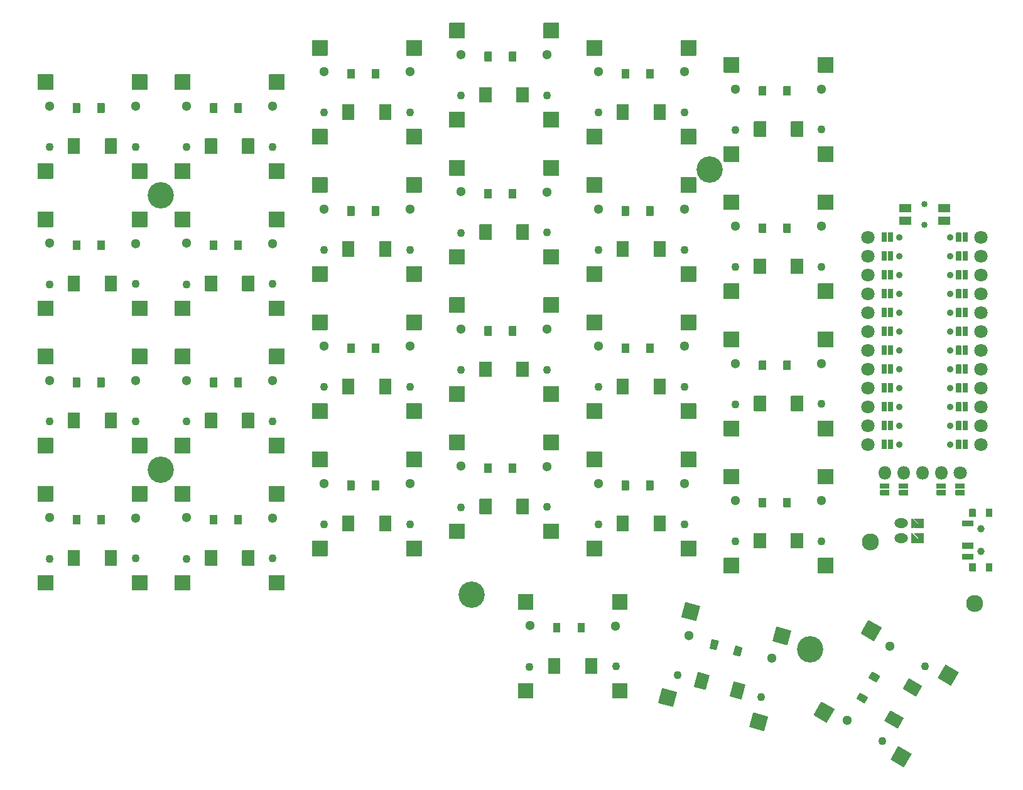
<source format=gbs>
G04 #@! TF.GenerationSoftware,KiCad,Pcbnew,8.0.8+1*
G04 #@! TF.CreationDate,2025-03-02T13:34:42+00:00*
G04 #@! TF.ProjectId,zeph_wireless,7a657068-5f77-4697-9265-6c6573732e6b,0.2*
G04 #@! TF.SameCoordinates,Original*
G04 #@! TF.FileFunction,Soldermask,Bot*
G04 #@! TF.FilePolarity,Negative*
%FSLAX46Y46*%
G04 Gerber Fmt 4.6, Leading zero omitted, Abs format (unit mm)*
G04 Created by KiCad (PCBNEW 8.0.8+1) date 2025-03-02 13:34:42*
%MOMM*%
%LPD*%
G01*
G04 APERTURE LIST*
%ADD10C,2.300000*%
%ADD11C,3.550000*%
%ADD12C,1.100000*%
%ADD13C,1.300000*%
%ADD14C,1.800000*%
%ADD15C,0.900000*%
%ADD16O,1.800000X1.800000*%
%ADD17C,1.000000*%
%ADD18C,0.850000*%
%ADD19O,1.850000X1.300000*%
G04 APERTURE END LIST*
D10*
X204927000Y-100463500D03*
X218969000Y-108757500D03*
D11*
X109250000Y-53750000D03*
X109250000Y-90750000D03*
X183218000Y-50298500D03*
X151157000Y-107615000D03*
X196724595Y-115006748D03*
G36*
G01*
X101675000Y-103650000D02*
X101675000Y-101650000D01*
G75*
G02*
X101725000Y-101600000I50000J0D01*
G01*
X103275000Y-101600000D01*
G75*
G02*
X103325000Y-101650000I0J-50000D01*
G01*
X103325000Y-103650000D01*
G75*
G02*
X103275000Y-103700000I-50000J0D01*
G01*
X101725000Y-103700000D01*
G75*
G02*
X101675000Y-103650000I0J50000D01*
G01*
G37*
G36*
G01*
X96675000Y-103650000D02*
X96675000Y-101650000D01*
G75*
G02*
X96725000Y-101600000I50000J0D01*
G01*
X98275000Y-101600000D01*
G75*
G02*
X98325000Y-101650000I0J-50000D01*
G01*
X98325000Y-103650000D01*
G75*
G02*
X98275000Y-103700000I-50000J0D01*
G01*
X96725000Y-103700000D01*
G75*
G02*
X96675000Y-103650000I0J50000D01*
G01*
G37*
G36*
G01*
X105300000Y-95000000D02*
X105300000Y-93000000D01*
G75*
G02*
X105350000Y-92950000I50000J0D01*
G01*
X107350000Y-92950000D01*
G75*
G02*
X107400000Y-93000000I0J-50000D01*
G01*
X107400000Y-95000000D01*
G75*
G02*
X107350000Y-95050000I-50000J0D01*
G01*
X105350000Y-95050000D01*
G75*
G02*
X105300000Y-95000000I0J50000D01*
G01*
G37*
G36*
G01*
X105300000Y-107000000D02*
X105300000Y-105000000D01*
G75*
G02*
X105350000Y-104950000I50000J0D01*
G01*
X107350000Y-104950000D01*
G75*
G02*
X107400000Y-105000000I0J-50000D01*
G01*
X107400000Y-107000000D01*
G75*
G02*
X107350000Y-107050000I-50000J0D01*
G01*
X105350000Y-107050000D01*
G75*
G02*
X105300000Y-107000000I0J50000D01*
G01*
G37*
G36*
G01*
X92600000Y-95000000D02*
X92600000Y-93000000D01*
G75*
G02*
X92650000Y-92950000I50000J0D01*
G01*
X94650000Y-92950000D01*
G75*
G02*
X94700000Y-93000000I0J-50000D01*
G01*
X94700000Y-95000000D01*
G75*
G02*
X94650000Y-95050000I-50000J0D01*
G01*
X92650000Y-95050000D01*
G75*
G02*
X92600000Y-95000000I0J50000D01*
G01*
G37*
G36*
G01*
X92600000Y-107000000D02*
X92600000Y-105000000D01*
G75*
G02*
X92650000Y-104950000I50000J0D01*
G01*
X94650000Y-104950000D01*
G75*
G02*
X94700000Y-105000000I0J-50000D01*
G01*
X94700000Y-107000000D01*
G75*
G02*
X94650000Y-107050000I-50000J0D01*
G01*
X92650000Y-107050000D01*
G75*
G02*
X92600000Y-107000000I0J50000D01*
G01*
G37*
D12*
X94200000Y-102750000D03*
D13*
X94219000Y-97227000D03*
X105800000Y-97250000D03*
D12*
X105819000Y-102727000D03*
G36*
G01*
X101675000Y-85150000D02*
X101675000Y-83150000D01*
G75*
G02*
X101725000Y-83100000I50000J0D01*
G01*
X103275000Y-83100000D01*
G75*
G02*
X103325000Y-83150000I0J-50000D01*
G01*
X103325000Y-85150000D01*
G75*
G02*
X103275000Y-85200000I-50000J0D01*
G01*
X101725000Y-85200000D01*
G75*
G02*
X101675000Y-85150000I0J50000D01*
G01*
G37*
G36*
G01*
X96675000Y-85150000D02*
X96675000Y-83150000D01*
G75*
G02*
X96725000Y-83100000I50000J0D01*
G01*
X98275000Y-83100000D01*
G75*
G02*
X98325000Y-83150000I0J-50000D01*
G01*
X98325000Y-85150000D01*
G75*
G02*
X98275000Y-85200000I-50000J0D01*
G01*
X96725000Y-85200000D01*
G75*
G02*
X96675000Y-85150000I0J50000D01*
G01*
G37*
G36*
G01*
X105300000Y-76500000D02*
X105300000Y-74500000D01*
G75*
G02*
X105350000Y-74450000I50000J0D01*
G01*
X107350000Y-74450000D01*
G75*
G02*
X107400000Y-74500000I0J-50000D01*
G01*
X107400000Y-76500000D01*
G75*
G02*
X107350000Y-76550000I-50000J0D01*
G01*
X105350000Y-76550000D01*
G75*
G02*
X105300000Y-76500000I0J50000D01*
G01*
G37*
G36*
G01*
X105300000Y-88500000D02*
X105300000Y-86500000D01*
G75*
G02*
X105350000Y-86450000I50000J0D01*
G01*
X107350000Y-86450000D01*
G75*
G02*
X107400000Y-86500000I0J-50000D01*
G01*
X107400000Y-88500000D01*
G75*
G02*
X107350000Y-88550000I-50000J0D01*
G01*
X105350000Y-88550000D01*
G75*
G02*
X105300000Y-88500000I0J50000D01*
G01*
G37*
G36*
G01*
X92600000Y-76500000D02*
X92600000Y-74500000D01*
G75*
G02*
X92650000Y-74450000I50000J0D01*
G01*
X94650000Y-74450000D01*
G75*
G02*
X94700000Y-74500000I0J-50000D01*
G01*
X94700000Y-76500000D01*
G75*
G02*
X94650000Y-76550000I-50000J0D01*
G01*
X92650000Y-76550000D01*
G75*
G02*
X92600000Y-76500000I0J50000D01*
G01*
G37*
G36*
G01*
X92600000Y-88500000D02*
X92600000Y-86500000D01*
G75*
G02*
X92650000Y-86450000I50000J0D01*
G01*
X94650000Y-86450000D01*
G75*
G02*
X94700000Y-86500000I0J-50000D01*
G01*
X94700000Y-88500000D01*
G75*
G02*
X94650000Y-88550000I-50000J0D01*
G01*
X92650000Y-88550000D01*
G75*
G02*
X92600000Y-88500000I0J50000D01*
G01*
G37*
X94200000Y-84250000D03*
D13*
X94219000Y-78727000D03*
X105800000Y-78750000D03*
D12*
X105819000Y-84227000D03*
G36*
G01*
X101675000Y-66650000D02*
X101675000Y-64650000D01*
G75*
G02*
X101725000Y-64600000I50000J0D01*
G01*
X103275000Y-64600000D01*
G75*
G02*
X103325000Y-64650000I0J-50000D01*
G01*
X103325000Y-66650000D01*
G75*
G02*
X103275000Y-66700000I-50000J0D01*
G01*
X101725000Y-66700000D01*
G75*
G02*
X101675000Y-66650000I0J50000D01*
G01*
G37*
G36*
G01*
X96675000Y-66650000D02*
X96675000Y-64650000D01*
G75*
G02*
X96725000Y-64600000I50000J0D01*
G01*
X98275000Y-64600000D01*
G75*
G02*
X98325000Y-64650000I0J-50000D01*
G01*
X98325000Y-66650000D01*
G75*
G02*
X98275000Y-66700000I-50000J0D01*
G01*
X96725000Y-66700000D01*
G75*
G02*
X96675000Y-66650000I0J50000D01*
G01*
G37*
G36*
G01*
X105300000Y-58000000D02*
X105300000Y-56000000D01*
G75*
G02*
X105350000Y-55950000I50000J0D01*
G01*
X107350000Y-55950000D01*
G75*
G02*
X107400000Y-56000000I0J-50000D01*
G01*
X107400000Y-58000000D01*
G75*
G02*
X107350000Y-58050000I-50000J0D01*
G01*
X105350000Y-58050000D01*
G75*
G02*
X105300000Y-58000000I0J50000D01*
G01*
G37*
G36*
G01*
X105300000Y-70000000D02*
X105300000Y-68000000D01*
G75*
G02*
X105350000Y-67950000I50000J0D01*
G01*
X107350000Y-67950000D01*
G75*
G02*
X107400000Y-68000000I0J-50000D01*
G01*
X107400000Y-70000000D01*
G75*
G02*
X107350000Y-70050000I-50000J0D01*
G01*
X105350000Y-70050000D01*
G75*
G02*
X105300000Y-70000000I0J50000D01*
G01*
G37*
G36*
G01*
X92600000Y-58000000D02*
X92600000Y-56000000D01*
G75*
G02*
X92650000Y-55950000I50000J0D01*
G01*
X94650000Y-55950000D01*
G75*
G02*
X94700000Y-56000000I0J-50000D01*
G01*
X94700000Y-58000000D01*
G75*
G02*
X94650000Y-58050000I-50000J0D01*
G01*
X92650000Y-58050000D01*
G75*
G02*
X92600000Y-58000000I0J50000D01*
G01*
G37*
G36*
G01*
X92600000Y-70000000D02*
X92600000Y-68000000D01*
G75*
G02*
X92650000Y-67950000I50000J0D01*
G01*
X94650000Y-67950000D01*
G75*
G02*
X94700000Y-68000000I0J-50000D01*
G01*
X94700000Y-70000000D01*
G75*
G02*
X94650000Y-70050000I-50000J0D01*
G01*
X92650000Y-70050000D01*
G75*
G02*
X92600000Y-70000000I0J50000D01*
G01*
G37*
X94200000Y-65750000D03*
D13*
X94219000Y-60227000D03*
X105800000Y-60250000D03*
D12*
X105819000Y-65727000D03*
G36*
G01*
X101675000Y-48150000D02*
X101675000Y-46150000D01*
G75*
G02*
X101725000Y-46100000I50000J0D01*
G01*
X103275000Y-46100000D01*
G75*
G02*
X103325000Y-46150000I0J-50000D01*
G01*
X103325000Y-48150000D01*
G75*
G02*
X103275000Y-48200000I-50000J0D01*
G01*
X101725000Y-48200000D01*
G75*
G02*
X101675000Y-48150000I0J50000D01*
G01*
G37*
G36*
G01*
X96675000Y-48150000D02*
X96675000Y-46150000D01*
G75*
G02*
X96725000Y-46100000I50000J0D01*
G01*
X98275000Y-46100000D01*
G75*
G02*
X98325000Y-46150000I0J-50000D01*
G01*
X98325000Y-48150000D01*
G75*
G02*
X98275000Y-48200000I-50000J0D01*
G01*
X96725000Y-48200000D01*
G75*
G02*
X96675000Y-48150000I0J50000D01*
G01*
G37*
G36*
G01*
X105300000Y-39500000D02*
X105300000Y-37500000D01*
G75*
G02*
X105350000Y-37450000I50000J0D01*
G01*
X107350000Y-37450000D01*
G75*
G02*
X107400000Y-37500000I0J-50000D01*
G01*
X107400000Y-39500000D01*
G75*
G02*
X107350000Y-39550000I-50000J0D01*
G01*
X105350000Y-39550000D01*
G75*
G02*
X105300000Y-39500000I0J50000D01*
G01*
G37*
G36*
G01*
X105300000Y-51500000D02*
X105300000Y-49500000D01*
G75*
G02*
X105350000Y-49450000I50000J0D01*
G01*
X107350000Y-49450000D01*
G75*
G02*
X107400000Y-49500000I0J-50000D01*
G01*
X107400000Y-51500000D01*
G75*
G02*
X107350000Y-51550000I-50000J0D01*
G01*
X105350000Y-51550000D01*
G75*
G02*
X105300000Y-51500000I0J50000D01*
G01*
G37*
G36*
G01*
X92600000Y-39500000D02*
X92600000Y-37500000D01*
G75*
G02*
X92650000Y-37450000I50000J0D01*
G01*
X94650000Y-37450000D01*
G75*
G02*
X94700000Y-37500000I0J-50000D01*
G01*
X94700000Y-39500000D01*
G75*
G02*
X94650000Y-39550000I-50000J0D01*
G01*
X92650000Y-39550000D01*
G75*
G02*
X92600000Y-39500000I0J50000D01*
G01*
G37*
G36*
G01*
X92600000Y-51500000D02*
X92600000Y-49500000D01*
G75*
G02*
X92650000Y-49450000I50000J0D01*
G01*
X94650000Y-49450000D01*
G75*
G02*
X94700000Y-49500000I0J-50000D01*
G01*
X94700000Y-51500000D01*
G75*
G02*
X94650000Y-51550000I-50000J0D01*
G01*
X92650000Y-51550000D01*
G75*
G02*
X92600000Y-51500000I0J50000D01*
G01*
G37*
X94200000Y-47250000D03*
D13*
X94219000Y-41727000D03*
X105800000Y-41750000D03*
D12*
X105819000Y-47227000D03*
G36*
G01*
X120175000Y-103650000D02*
X120175000Y-101650000D01*
G75*
G02*
X120225000Y-101600000I50000J0D01*
G01*
X121775000Y-101600000D01*
G75*
G02*
X121825000Y-101650000I0J-50000D01*
G01*
X121825000Y-103650000D01*
G75*
G02*
X121775000Y-103700000I-50000J0D01*
G01*
X120225000Y-103700000D01*
G75*
G02*
X120175000Y-103650000I0J50000D01*
G01*
G37*
G36*
G01*
X115175000Y-103650000D02*
X115175000Y-101650000D01*
G75*
G02*
X115225000Y-101600000I50000J0D01*
G01*
X116775000Y-101600000D01*
G75*
G02*
X116825000Y-101650000I0J-50000D01*
G01*
X116825000Y-103650000D01*
G75*
G02*
X116775000Y-103700000I-50000J0D01*
G01*
X115225000Y-103700000D01*
G75*
G02*
X115175000Y-103650000I0J50000D01*
G01*
G37*
G36*
G01*
X123800000Y-95000000D02*
X123800000Y-93000000D01*
G75*
G02*
X123850000Y-92950000I50000J0D01*
G01*
X125850000Y-92950000D01*
G75*
G02*
X125900000Y-93000000I0J-50000D01*
G01*
X125900000Y-95000000D01*
G75*
G02*
X125850000Y-95050000I-50000J0D01*
G01*
X123850000Y-95050000D01*
G75*
G02*
X123800000Y-95000000I0J50000D01*
G01*
G37*
G36*
G01*
X123800000Y-107000000D02*
X123800000Y-105000000D01*
G75*
G02*
X123850000Y-104950000I50000J0D01*
G01*
X125850000Y-104950000D01*
G75*
G02*
X125900000Y-105000000I0J-50000D01*
G01*
X125900000Y-107000000D01*
G75*
G02*
X125850000Y-107050000I-50000J0D01*
G01*
X123850000Y-107050000D01*
G75*
G02*
X123800000Y-107000000I0J50000D01*
G01*
G37*
G36*
G01*
X111100000Y-95000000D02*
X111100000Y-93000000D01*
G75*
G02*
X111150000Y-92950000I50000J0D01*
G01*
X113150000Y-92950000D01*
G75*
G02*
X113200000Y-93000000I0J-50000D01*
G01*
X113200000Y-95000000D01*
G75*
G02*
X113150000Y-95050000I-50000J0D01*
G01*
X111150000Y-95050000D01*
G75*
G02*
X111100000Y-95000000I0J50000D01*
G01*
G37*
G36*
G01*
X111100000Y-107000000D02*
X111100000Y-105000000D01*
G75*
G02*
X111150000Y-104950000I50000J0D01*
G01*
X113150000Y-104950000D01*
G75*
G02*
X113200000Y-105000000I0J-50000D01*
G01*
X113200000Y-107000000D01*
G75*
G02*
X113150000Y-107050000I-50000J0D01*
G01*
X111150000Y-107050000D01*
G75*
G02*
X111100000Y-107000000I0J50000D01*
G01*
G37*
X112700000Y-102750000D03*
D13*
X112719000Y-97227000D03*
X124300000Y-97250000D03*
D12*
X124319000Y-102727000D03*
G36*
G01*
X120175000Y-85150000D02*
X120175000Y-83150000D01*
G75*
G02*
X120225000Y-83100000I50000J0D01*
G01*
X121775000Y-83100000D01*
G75*
G02*
X121825000Y-83150000I0J-50000D01*
G01*
X121825000Y-85150000D01*
G75*
G02*
X121775000Y-85200000I-50000J0D01*
G01*
X120225000Y-85200000D01*
G75*
G02*
X120175000Y-85150000I0J50000D01*
G01*
G37*
G36*
G01*
X115175000Y-85150000D02*
X115175000Y-83150000D01*
G75*
G02*
X115225000Y-83100000I50000J0D01*
G01*
X116775000Y-83100000D01*
G75*
G02*
X116825000Y-83150000I0J-50000D01*
G01*
X116825000Y-85150000D01*
G75*
G02*
X116775000Y-85200000I-50000J0D01*
G01*
X115225000Y-85200000D01*
G75*
G02*
X115175000Y-85150000I0J50000D01*
G01*
G37*
G36*
G01*
X123800000Y-76500000D02*
X123800000Y-74500000D01*
G75*
G02*
X123850000Y-74450000I50000J0D01*
G01*
X125850000Y-74450000D01*
G75*
G02*
X125900000Y-74500000I0J-50000D01*
G01*
X125900000Y-76500000D01*
G75*
G02*
X125850000Y-76550000I-50000J0D01*
G01*
X123850000Y-76550000D01*
G75*
G02*
X123800000Y-76500000I0J50000D01*
G01*
G37*
G36*
G01*
X123800000Y-88500000D02*
X123800000Y-86500000D01*
G75*
G02*
X123850000Y-86450000I50000J0D01*
G01*
X125850000Y-86450000D01*
G75*
G02*
X125900000Y-86500000I0J-50000D01*
G01*
X125900000Y-88500000D01*
G75*
G02*
X125850000Y-88550000I-50000J0D01*
G01*
X123850000Y-88550000D01*
G75*
G02*
X123800000Y-88500000I0J50000D01*
G01*
G37*
G36*
G01*
X111100000Y-76500000D02*
X111100000Y-74500000D01*
G75*
G02*
X111150000Y-74450000I50000J0D01*
G01*
X113150000Y-74450000D01*
G75*
G02*
X113200000Y-74500000I0J-50000D01*
G01*
X113200000Y-76500000D01*
G75*
G02*
X113150000Y-76550000I-50000J0D01*
G01*
X111150000Y-76550000D01*
G75*
G02*
X111100000Y-76500000I0J50000D01*
G01*
G37*
G36*
G01*
X111100000Y-88500000D02*
X111100000Y-86500000D01*
G75*
G02*
X111150000Y-86450000I50000J0D01*
G01*
X113150000Y-86450000D01*
G75*
G02*
X113200000Y-86500000I0J-50000D01*
G01*
X113200000Y-88500000D01*
G75*
G02*
X113150000Y-88550000I-50000J0D01*
G01*
X111150000Y-88550000D01*
G75*
G02*
X111100000Y-88500000I0J50000D01*
G01*
G37*
X112700000Y-84250000D03*
D13*
X112719000Y-78727000D03*
X124300000Y-78750000D03*
D12*
X124319000Y-84227000D03*
G36*
G01*
X120175000Y-66650000D02*
X120175000Y-64650000D01*
G75*
G02*
X120225000Y-64600000I50000J0D01*
G01*
X121775000Y-64600000D01*
G75*
G02*
X121825000Y-64650000I0J-50000D01*
G01*
X121825000Y-66650000D01*
G75*
G02*
X121775000Y-66700000I-50000J0D01*
G01*
X120225000Y-66700000D01*
G75*
G02*
X120175000Y-66650000I0J50000D01*
G01*
G37*
G36*
G01*
X115175000Y-66650000D02*
X115175000Y-64650000D01*
G75*
G02*
X115225000Y-64600000I50000J0D01*
G01*
X116775000Y-64600000D01*
G75*
G02*
X116825000Y-64650000I0J-50000D01*
G01*
X116825000Y-66650000D01*
G75*
G02*
X116775000Y-66700000I-50000J0D01*
G01*
X115225000Y-66700000D01*
G75*
G02*
X115175000Y-66650000I0J50000D01*
G01*
G37*
G36*
G01*
X123800000Y-58000000D02*
X123800000Y-56000000D01*
G75*
G02*
X123850000Y-55950000I50000J0D01*
G01*
X125850000Y-55950000D01*
G75*
G02*
X125900000Y-56000000I0J-50000D01*
G01*
X125900000Y-58000000D01*
G75*
G02*
X125850000Y-58050000I-50000J0D01*
G01*
X123850000Y-58050000D01*
G75*
G02*
X123800000Y-58000000I0J50000D01*
G01*
G37*
G36*
G01*
X123800000Y-70000000D02*
X123800000Y-68000000D01*
G75*
G02*
X123850000Y-67950000I50000J0D01*
G01*
X125850000Y-67950000D01*
G75*
G02*
X125900000Y-68000000I0J-50000D01*
G01*
X125900000Y-70000000D01*
G75*
G02*
X125850000Y-70050000I-50000J0D01*
G01*
X123850000Y-70050000D01*
G75*
G02*
X123800000Y-70000000I0J50000D01*
G01*
G37*
G36*
G01*
X111100000Y-58000000D02*
X111100000Y-56000000D01*
G75*
G02*
X111150000Y-55950000I50000J0D01*
G01*
X113150000Y-55950000D01*
G75*
G02*
X113200000Y-56000000I0J-50000D01*
G01*
X113200000Y-58000000D01*
G75*
G02*
X113150000Y-58050000I-50000J0D01*
G01*
X111150000Y-58050000D01*
G75*
G02*
X111100000Y-58000000I0J50000D01*
G01*
G37*
G36*
G01*
X111100000Y-70000000D02*
X111100000Y-68000000D01*
G75*
G02*
X111150000Y-67950000I50000J0D01*
G01*
X113150000Y-67950000D01*
G75*
G02*
X113200000Y-68000000I0J-50000D01*
G01*
X113200000Y-70000000D01*
G75*
G02*
X113150000Y-70050000I-50000J0D01*
G01*
X111150000Y-70050000D01*
G75*
G02*
X111100000Y-70000000I0J50000D01*
G01*
G37*
X112700000Y-65750000D03*
D13*
X112719000Y-60227000D03*
X124300000Y-60250000D03*
D12*
X124319000Y-65727000D03*
G36*
G01*
X120175000Y-48150000D02*
X120175000Y-46150000D01*
G75*
G02*
X120225000Y-46100000I50000J0D01*
G01*
X121775000Y-46100000D01*
G75*
G02*
X121825000Y-46150000I0J-50000D01*
G01*
X121825000Y-48150000D01*
G75*
G02*
X121775000Y-48200000I-50000J0D01*
G01*
X120225000Y-48200000D01*
G75*
G02*
X120175000Y-48150000I0J50000D01*
G01*
G37*
G36*
G01*
X115175000Y-48150000D02*
X115175000Y-46150000D01*
G75*
G02*
X115225000Y-46100000I50000J0D01*
G01*
X116775000Y-46100000D01*
G75*
G02*
X116825000Y-46150000I0J-50000D01*
G01*
X116825000Y-48150000D01*
G75*
G02*
X116775000Y-48200000I-50000J0D01*
G01*
X115225000Y-48200000D01*
G75*
G02*
X115175000Y-48150000I0J50000D01*
G01*
G37*
G36*
G01*
X123800000Y-39500000D02*
X123800000Y-37500000D01*
G75*
G02*
X123850000Y-37450000I50000J0D01*
G01*
X125850000Y-37450000D01*
G75*
G02*
X125900000Y-37500000I0J-50000D01*
G01*
X125900000Y-39500000D01*
G75*
G02*
X125850000Y-39550000I-50000J0D01*
G01*
X123850000Y-39550000D01*
G75*
G02*
X123800000Y-39500000I0J50000D01*
G01*
G37*
G36*
G01*
X123800000Y-51500000D02*
X123800000Y-49500000D01*
G75*
G02*
X123850000Y-49450000I50000J0D01*
G01*
X125850000Y-49450000D01*
G75*
G02*
X125900000Y-49500000I0J-50000D01*
G01*
X125900000Y-51500000D01*
G75*
G02*
X125850000Y-51550000I-50000J0D01*
G01*
X123850000Y-51550000D01*
G75*
G02*
X123800000Y-51500000I0J50000D01*
G01*
G37*
G36*
G01*
X111100000Y-39500000D02*
X111100000Y-37500000D01*
G75*
G02*
X111150000Y-37450000I50000J0D01*
G01*
X113150000Y-37450000D01*
G75*
G02*
X113200000Y-37500000I0J-50000D01*
G01*
X113200000Y-39500000D01*
G75*
G02*
X113150000Y-39550000I-50000J0D01*
G01*
X111150000Y-39550000D01*
G75*
G02*
X111100000Y-39500000I0J50000D01*
G01*
G37*
G36*
G01*
X111100000Y-51500000D02*
X111100000Y-49500000D01*
G75*
G02*
X111150000Y-49450000I50000J0D01*
G01*
X113150000Y-49450000D01*
G75*
G02*
X113200000Y-49500000I0J-50000D01*
G01*
X113200000Y-51500000D01*
G75*
G02*
X113150000Y-51550000I-50000J0D01*
G01*
X111150000Y-51550000D01*
G75*
G02*
X111100000Y-51500000I0J50000D01*
G01*
G37*
X112700000Y-47250000D03*
D13*
X112719000Y-41727000D03*
X124300000Y-41750000D03*
D12*
X124319000Y-47227000D03*
G36*
G01*
X138675000Y-99025000D02*
X138675000Y-97025000D01*
G75*
G02*
X138725000Y-96975000I50000J0D01*
G01*
X140275000Y-96975000D01*
G75*
G02*
X140325000Y-97025000I0J-50000D01*
G01*
X140325000Y-99025000D01*
G75*
G02*
X140275000Y-99075000I-50000J0D01*
G01*
X138725000Y-99075000D01*
G75*
G02*
X138675000Y-99025000I0J50000D01*
G01*
G37*
G36*
G01*
X133675000Y-99025000D02*
X133675000Y-97025000D01*
G75*
G02*
X133725000Y-96975000I50000J0D01*
G01*
X135275000Y-96975000D01*
G75*
G02*
X135325000Y-97025000I0J-50000D01*
G01*
X135325000Y-99025000D01*
G75*
G02*
X135275000Y-99075000I-50000J0D01*
G01*
X133725000Y-99075000D01*
G75*
G02*
X133675000Y-99025000I0J50000D01*
G01*
G37*
G36*
G01*
X142300000Y-90375000D02*
X142300000Y-88375000D01*
G75*
G02*
X142350000Y-88325000I50000J0D01*
G01*
X144350000Y-88325000D01*
G75*
G02*
X144400000Y-88375000I0J-50000D01*
G01*
X144400000Y-90375000D01*
G75*
G02*
X144350000Y-90425000I-50000J0D01*
G01*
X142350000Y-90425000D01*
G75*
G02*
X142300000Y-90375000I0J50000D01*
G01*
G37*
G36*
G01*
X142300000Y-102375000D02*
X142300000Y-100375000D01*
G75*
G02*
X142350000Y-100325000I50000J0D01*
G01*
X144350000Y-100325000D01*
G75*
G02*
X144400000Y-100375000I0J-50000D01*
G01*
X144400000Y-102375000D01*
G75*
G02*
X144350000Y-102425000I-50000J0D01*
G01*
X142350000Y-102425000D01*
G75*
G02*
X142300000Y-102375000I0J50000D01*
G01*
G37*
G36*
G01*
X129600000Y-90375000D02*
X129600000Y-88375000D01*
G75*
G02*
X129650000Y-88325000I50000J0D01*
G01*
X131650000Y-88325000D01*
G75*
G02*
X131700000Y-88375000I0J-50000D01*
G01*
X131700000Y-90375000D01*
G75*
G02*
X131650000Y-90425000I-50000J0D01*
G01*
X129650000Y-90425000D01*
G75*
G02*
X129600000Y-90375000I0J50000D01*
G01*
G37*
G36*
G01*
X129600000Y-102375000D02*
X129600000Y-100375000D01*
G75*
G02*
X129650000Y-100325000I50000J0D01*
G01*
X131650000Y-100325000D01*
G75*
G02*
X131700000Y-100375000I0J-50000D01*
G01*
X131700000Y-102375000D01*
G75*
G02*
X131650000Y-102425000I-50000J0D01*
G01*
X129650000Y-102425000D01*
G75*
G02*
X129600000Y-102375000I0J50000D01*
G01*
G37*
X131200000Y-98125000D03*
D13*
X131219000Y-92602000D03*
X142800000Y-92625000D03*
D12*
X142819000Y-98102000D03*
G36*
G01*
X138675000Y-80525000D02*
X138675000Y-78525000D01*
G75*
G02*
X138725000Y-78475000I50000J0D01*
G01*
X140275000Y-78475000D01*
G75*
G02*
X140325000Y-78525000I0J-50000D01*
G01*
X140325000Y-80525000D01*
G75*
G02*
X140275000Y-80575000I-50000J0D01*
G01*
X138725000Y-80575000D01*
G75*
G02*
X138675000Y-80525000I0J50000D01*
G01*
G37*
G36*
G01*
X133675000Y-80525000D02*
X133675000Y-78525000D01*
G75*
G02*
X133725000Y-78475000I50000J0D01*
G01*
X135275000Y-78475000D01*
G75*
G02*
X135325000Y-78525000I0J-50000D01*
G01*
X135325000Y-80525000D01*
G75*
G02*
X135275000Y-80575000I-50000J0D01*
G01*
X133725000Y-80575000D01*
G75*
G02*
X133675000Y-80525000I0J50000D01*
G01*
G37*
G36*
G01*
X142300000Y-71875000D02*
X142300000Y-69875000D01*
G75*
G02*
X142350000Y-69825000I50000J0D01*
G01*
X144350000Y-69825000D01*
G75*
G02*
X144400000Y-69875000I0J-50000D01*
G01*
X144400000Y-71875000D01*
G75*
G02*
X144350000Y-71925000I-50000J0D01*
G01*
X142350000Y-71925000D01*
G75*
G02*
X142300000Y-71875000I0J50000D01*
G01*
G37*
G36*
G01*
X142300000Y-83875000D02*
X142300000Y-81875000D01*
G75*
G02*
X142350000Y-81825000I50000J0D01*
G01*
X144350000Y-81825000D01*
G75*
G02*
X144400000Y-81875000I0J-50000D01*
G01*
X144400000Y-83875000D01*
G75*
G02*
X144350000Y-83925000I-50000J0D01*
G01*
X142350000Y-83925000D01*
G75*
G02*
X142300000Y-83875000I0J50000D01*
G01*
G37*
G36*
G01*
X129600000Y-71875000D02*
X129600000Y-69875000D01*
G75*
G02*
X129650000Y-69825000I50000J0D01*
G01*
X131650000Y-69825000D01*
G75*
G02*
X131700000Y-69875000I0J-50000D01*
G01*
X131700000Y-71875000D01*
G75*
G02*
X131650000Y-71925000I-50000J0D01*
G01*
X129650000Y-71925000D01*
G75*
G02*
X129600000Y-71875000I0J50000D01*
G01*
G37*
G36*
G01*
X129600000Y-83875000D02*
X129600000Y-81875000D01*
G75*
G02*
X129650000Y-81825000I50000J0D01*
G01*
X131650000Y-81825000D01*
G75*
G02*
X131700000Y-81875000I0J-50000D01*
G01*
X131700000Y-83875000D01*
G75*
G02*
X131650000Y-83925000I-50000J0D01*
G01*
X129650000Y-83925000D01*
G75*
G02*
X129600000Y-83875000I0J50000D01*
G01*
G37*
X131200000Y-79625000D03*
D13*
X131219000Y-74102000D03*
X142800000Y-74125000D03*
D12*
X142819000Y-79602000D03*
G36*
G01*
X138675000Y-62025000D02*
X138675000Y-60025000D01*
G75*
G02*
X138725000Y-59975000I50000J0D01*
G01*
X140275000Y-59975000D01*
G75*
G02*
X140325000Y-60025000I0J-50000D01*
G01*
X140325000Y-62025000D01*
G75*
G02*
X140275000Y-62075000I-50000J0D01*
G01*
X138725000Y-62075000D01*
G75*
G02*
X138675000Y-62025000I0J50000D01*
G01*
G37*
G36*
G01*
X133675000Y-62025000D02*
X133675000Y-60025000D01*
G75*
G02*
X133725000Y-59975000I50000J0D01*
G01*
X135275000Y-59975000D01*
G75*
G02*
X135325000Y-60025000I0J-50000D01*
G01*
X135325000Y-62025000D01*
G75*
G02*
X135275000Y-62075000I-50000J0D01*
G01*
X133725000Y-62075000D01*
G75*
G02*
X133675000Y-62025000I0J50000D01*
G01*
G37*
G36*
G01*
X142300000Y-53375000D02*
X142300000Y-51375000D01*
G75*
G02*
X142350000Y-51325000I50000J0D01*
G01*
X144350000Y-51325000D01*
G75*
G02*
X144400000Y-51375000I0J-50000D01*
G01*
X144400000Y-53375000D01*
G75*
G02*
X144350000Y-53425000I-50000J0D01*
G01*
X142350000Y-53425000D01*
G75*
G02*
X142300000Y-53375000I0J50000D01*
G01*
G37*
G36*
G01*
X142300000Y-65375000D02*
X142300000Y-63375000D01*
G75*
G02*
X142350000Y-63325000I50000J0D01*
G01*
X144350000Y-63325000D01*
G75*
G02*
X144400000Y-63375000I0J-50000D01*
G01*
X144400000Y-65375000D01*
G75*
G02*
X144350000Y-65425000I-50000J0D01*
G01*
X142350000Y-65425000D01*
G75*
G02*
X142300000Y-65375000I0J50000D01*
G01*
G37*
G36*
G01*
X129600000Y-53375000D02*
X129600000Y-51375000D01*
G75*
G02*
X129650000Y-51325000I50000J0D01*
G01*
X131650000Y-51325000D01*
G75*
G02*
X131700000Y-51375000I0J-50000D01*
G01*
X131700000Y-53375000D01*
G75*
G02*
X131650000Y-53425000I-50000J0D01*
G01*
X129650000Y-53425000D01*
G75*
G02*
X129600000Y-53375000I0J50000D01*
G01*
G37*
G36*
G01*
X129600000Y-65375000D02*
X129600000Y-63375000D01*
G75*
G02*
X129650000Y-63325000I50000J0D01*
G01*
X131650000Y-63325000D01*
G75*
G02*
X131700000Y-63375000I0J-50000D01*
G01*
X131700000Y-65375000D01*
G75*
G02*
X131650000Y-65425000I-50000J0D01*
G01*
X129650000Y-65425000D01*
G75*
G02*
X129600000Y-65375000I0J50000D01*
G01*
G37*
X131200000Y-61125000D03*
D13*
X131219000Y-55602000D03*
X142800000Y-55625000D03*
D12*
X142819000Y-61102000D03*
G36*
G01*
X138675000Y-43525000D02*
X138675000Y-41525000D01*
G75*
G02*
X138725000Y-41475000I50000J0D01*
G01*
X140275000Y-41475000D01*
G75*
G02*
X140325000Y-41525000I0J-50000D01*
G01*
X140325000Y-43525000D01*
G75*
G02*
X140275000Y-43575000I-50000J0D01*
G01*
X138725000Y-43575000D01*
G75*
G02*
X138675000Y-43525000I0J50000D01*
G01*
G37*
G36*
G01*
X133675000Y-43525000D02*
X133675000Y-41525000D01*
G75*
G02*
X133725000Y-41475000I50000J0D01*
G01*
X135275000Y-41475000D01*
G75*
G02*
X135325000Y-41525000I0J-50000D01*
G01*
X135325000Y-43525000D01*
G75*
G02*
X135275000Y-43575000I-50000J0D01*
G01*
X133725000Y-43575000D01*
G75*
G02*
X133675000Y-43525000I0J50000D01*
G01*
G37*
G36*
G01*
X142300000Y-34875000D02*
X142300000Y-32875000D01*
G75*
G02*
X142350000Y-32825000I50000J0D01*
G01*
X144350000Y-32825000D01*
G75*
G02*
X144400000Y-32875000I0J-50000D01*
G01*
X144400000Y-34875000D01*
G75*
G02*
X144350000Y-34925000I-50000J0D01*
G01*
X142350000Y-34925000D01*
G75*
G02*
X142300000Y-34875000I0J50000D01*
G01*
G37*
G36*
G01*
X142300000Y-46875000D02*
X142300000Y-44875000D01*
G75*
G02*
X142350000Y-44825000I50000J0D01*
G01*
X144350000Y-44825000D01*
G75*
G02*
X144400000Y-44875000I0J-50000D01*
G01*
X144400000Y-46875000D01*
G75*
G02*
X144350000Y-46925000I-50000J0D01*
G01*
X142350000Y-46925000D01*
G75*
G02*
X142300000Y-46875000I0J50000D01*
G01*
G37*
G36*
G01*
X129600000Y-34875000D02*
X129600000Y-32875000D01*
G75*
G02*
X129650000Y-32825000I50000J0D01*
G01*
X131650000Y-32825000D01*
G75*
G02*
X131700000Y-32875000I0J-50000D01*
G01*
X131700000Y-34875000D01*
G75*
G02*
X131650000Y-34925000I-50000J0D01*
G01*
X129650000Y-34925000D01*
G75*
G02*
X129600000Y-34875000I0J50000D01*
G01*
G37*
G36*
G01*
X129600000Y-46875000D02*
X129600000Y-44875000D01*
G75*
G02*
X129650000Y-44825000I50000J0D01*
G01*
X131650000Y-44825000D01*
G75*
G02*
X131700000Y-44875000I0J-50000D01*
G01*
X131700000Y-46875000D01*
G75*
G02*
X131650000Y-46925000I-50000J0D01*
G01*
X129650000Y-46925000D01*
G75*
G02*
X129600000Y-46875000I0J50000D01*
G01*
G37*
X131200000Y-42625000D03*
D13*
X131219000Y-37102000D03*
X142800000Y-37125000D03*
D12*
X142819000Y-42602000D03*
G36*
G01*
X157175000Y-96712500D02*
X157175000Y-94712500D01*
G75*
G02*
X157225000Y-94662500I50000J0D01*
G01*
X158775000Y-94662500D01*
G75*
G02*
X158825000Y-94712500I0J-50000D01*
G01*
X158825000Y-96712500D01*
G75*
G02*
X158775000Y-96762500I-50000J0D01*
G01*
X157225000Y-96762500D01*
G75*
G02*
X157175000Y-96712500I0J50000D01*
G01*
G37*
G36*
G01*
X152175000Y-96712500D02*
X152175000Y-94712500D01*
G75*
G02*
X152225000Y-94662500I50000J0D01*
G01*
X153775000Y-94662500D01*
G75*
G02*
X153825000Y-94712500I0J-50000D01*
G01*
X153825000Y-96712500D01*
G75*
G02*
X153775000Y-96762500I-50000J0D01*
G01*
X152225000Y-96762500D01*
G75*
G02*
X152175000Y-96712500I0J50000D01*
G01*
G37*
G36*
G01*
X160800000Y-88062500D02*
X160800000Y-86062500D01*
G75*
G02*
X160850000Y-86012500I50000J0D01*
G01*
X162850000Y-86012500D01*
G75*
G02*
X162900000Y-86062500I0J-50000D01*
G01*
X162900000Y-88062500D01*
G75*
G02*
X162850000Y-88112500I-50000J0D01*
G01*
X160850000Y-88112500D01*
G75*
G02*
X160800000Y-88062500I0J50000D01*
G01*
G37*
G36*
G01*
X160800000Y-100062500D02*
X160800000Y-98062500D01*
G75*
G02*
X160850000Y-98012500I50000J0D01*
G01*
X162850000Y-98012500D01*
G75*
G02*
X162900000Y-98062500I0J-50000D01*
G01*
X162900000Y-100062500D01*
G75*
G02*
X162850000Y-100112500I-50000J0D01*
G01*
X160850000Y-100112500D01*
G75*
G02*
X160800000Y-100062500I0J50000D01*
G01*
G37*
G36*
G01*
X148100000Y-88062500D02*
X148100000Y-86062500D01*
G75*
G02*
X148150000Y-86012500I50000J0D01*
G01*
X150150000Y-86012500D01*
G75*
G02*
X150200000Y-86062500I0J-50000D01*
G01*
X150200000Y-88062500D01*
G75*
G02*
X150150000Y-88112500I-50000J0D01*
G01*
X148150000Y-88112500D01*
G75*
G02*
X148100000Y-88062500I0J50000D01*
G01*
G37*
G36*
G01*
X148100000Y-100062500D02*
X148100000Y-98062500D01*
G75*
G02*
X148150000Y-98012500I50000J0D01*
G01*
X150150000Y-98012500D01*
G75*
G02*
X150200000Y-98062500I0J-50000D01*
G01*
X150200000Y-100062500D01*
G75*
G02*
X150150000Y-100112500I-50000J0D01*
G01*
X148150000Y-100112500D01*
G75*
G02*
X148100000Y-100062500I0J50000D01*
G01*
G37*
X149700000Y-95812500D03*
D13*
X149719000Y-90289500D03*
X161300000Y-90312500D03*
D12*
X161319000Y-95789500D03*
G36*
G01*
X157175000Y-78212500D02*
X157175000Y-76212500D01*
G75*
G02*
X157225000Y-76162500I50000J0D01*
G01*
X158775000Y-76162500D01*
G75*
G02*
X158825000Y-76212500I0J-50000D01*
G01*
X158825000Y-78212500D01*
G75*
G02*
X158775000Y-78262500I-50000J0D01*
G01*
X157225000Y-78262500D01*
G75*
G02*
X157175000Y-78212500I0J50000D01*
G01*
G37*
G36*
G01*
X152175000Y-78212500D02*
X152175000Y-76212500D01*
G75*
G02*
X152225000Y-76162500I50000J0D01*
G01*
X153775000Y-76162500D01*
G75*
G02*
X153825000Y-76212500I0J-50000D01*
G01*
X153825000Y-78212500D01*
G75*
G02*
X153775000Y-78262500I-50000J0D01*
G01*
X152225000Y-78262500D01*
G75*
G02*
X152175000Y-78212500I0J50000D01*
G01*
G37*
G36*
G01*
X160800000Y-69562500D02*
X160800000Y-67562500D01*
G75*
G02*
X160850000Y-67512500I50000J0D01*
G01*
X162850000Y-67512500D01*
G75*
G02*
X162900000Y-67562500I0J-50000D01*
G01*
X162900000Y-69562500D01*
G75*
G02*
X162850000Y-69612500I-50000J0D01*
G01*
X160850000Y-69612500D01*
G75*
G02*
X160800000Y-69562500I0J50000D01*
G01*
G37*
G36*
G01*
X160800000Y-81562500D02*
X160800000Y-79562500D01*
G75*
G02*
X160850000Y-79512500I50000J0D01*
G01*
X162850000Y-79512500D01*
G75*
G02*
X162900000Y-79562500I0J-50000D01*
G01*
X162900000Y-81562500D01*
G75*
G02*
X162850000Y-81612500I-50000J0D01*
G01*
X160850000Y-81612500D01*
G75*
G02*
X160800000Y-81562500I0J50000D01*
G01*
G37*
G36*
G01*
X148100000Y-69562500D02*
X148100000Y-67562500D01*
G75*
G02*
X148150000Y-67512500I50000J0D01*
G01*
X150150000Y-67512500D01*
G75*
G02*
X150200000Y-67562500I0J-50000D01*
G01*
X150200000Y-69562500D01*
G75*
G02*
X150150000Y-69612500I-50000J0D01*
G01*
X148150000Y-69612500D01*
G75*
G02*
X148100000Y-69562500I0J50000D01*
G01*
G37*
G36*
G01*
X148100000Y-81562500D02*
X148100000Y-79562500D01*
G75*
G02*
X148150000Y-79512500I50000J0D01*
G01*
X150150000Y-79512500D01*
G75*
G02*
X150200000Y-79562500I0J-50000D01*
G01*
X150200000Y-81562500D01*
G75*
G02*
X150150000Y-81612500I-50000J0D01*
G01*
X148150000Y-81612500D01*
G75*
G02*
X148100000Y-81562500I0J50000D01*
G01*
G37*
X149700000Y-77312500D03*
D13*
X149719000Y-71789500D03*
X161300000Y-71812500D03*
D12*
X161319000Y-77289500D03*
G36*
G01*
X157175000Y-59712500D02*
X157175000Y-57712500D01*
G75*
G02*
X157225000Y-57662500I50000J0D01*
G01*
X158775000Y-57662500D01*
G75*
G02*
X158825000Y-57712500I0J-50000D01*
G01*
X158825000Y-59712500D01*
G75*
G02*
X158775000Y-59762500I-50000J0D01*
G01*
X157225000Y-59762500D01*
G75*
G02*
X157175000Y-59712500I0J50000D01*
G01*
G37*
G36*
G01*
X152175000Y-59712500D02*
X152175000Y-57712500D01*
G75*
G02*
X152225000Y-57662500I50000J0D01*
G01*
X153775000Y-57662500D01*
G75*
G02*
X153825000Y-57712500I0J-50000D01*
G01*
X153825000Y-59712500D01*
G75*
G02*
X153775000Y-59762500I-50000J0D01*
G01*
X152225000Y-59762500D01*
G75*
G02*
X152175000Y-59712500I0J50000D01*
G01*
G37*
G36*
G01*
X160800000Y-51062500D02*
X160800000Y-49062500D01*
G75*
G02*
X160850000Y-49012500I50000J0D01*
G01*
X162850000Y-49012500D01*
G75*
G02*
X162900000Y-49062500I0J-50000D01*
G01*
X162900000Y-51062500D01*
G75*
G02*
X162850000Y-51112500I-50000J0D01*
G01*
X160850000Y-51112500D01*
G75*
G02*
X160800000Y-51062500I0J50000D01*
G01*
G37*
G36*
G01*
X160800000Y-63062500D02*
X160800000Y-61062500D01*
G75*
G02*
X160850000Y-61012500I50000J0D01*
G01*
X162850000Y-61012500D01*
G75*
G02*
X162900000Y-61062500I0J-50000D01*
G01*
X162900000Y-63062500D01*
G75*
G02*
X162850000Y-63112500I-50000J0D01*
G01*
X160850000Y-63112500D01*
G75*
G02*
X160800000Y-63062500I0J50000D01*
G01*
G37*
G36*
G01*
X148100000Y-51062500D02*
X148100000Y-49062500D01*
G75*
G02*
X148150000Y-49012500I50000J0D01*
G01*
X150150000Y-49012500D01*
G75*
G02*
X150200000Y-49062500I0J-50000D01*
G01*
X150200000Y-51062500D01*
G75*
G02*
X150150000Y-51112500I-50000J0D01*
G01*
X148150000Y-51112500D01*
G75*
G02*
X148100000Y-51062500I0J50000D01*
G01*
G37*
G36*
G01*
X148100000Y-63062500D02*
X148100000Y-61062500D01*
G75*
G02*
X148150000Y-61012500I50000J0D01*
G01*
X150150000Y-61012500D01*
G75*
G02*
X150200000Y-61062500I0J-50000D01*
G01*
X150200000Y-63062500D01*
G75*
G02*
X150150000Y-63112500I-50000J0D01*
G01*
X148150000Y-63112500D01*
G75*
G02*
X148100000Y-63062500I0J50000D01*
G01*
G37*
X149700000Y-58812500D03*
D13*
X149719000Y-53289500D03*
X161300000Y-53312500D03*
D12*
X161319000Y-58789500D03*
G36*
G01*
X157175000Y-41212500D02*
X157175000Y-39212500D01*
G75*
G02*
X157225000Y-39162500I50000J0D01*
G01*
X158775000Y-39162500D01*
G75*
G02*
X158825000Y-39212500I0J-50000D01*
G01*
X158825000Y-41212500D01*
G75*
G02*
X158775000Y-41262500I-50000J0D01*
G01*
X157225000Y-41262500D01*
G75*
G02*
X157175000Y-41212500I0J50000D01*
G01*
G37*
G36*
G01*
X152175000Y-41212500D02*
X152175000Y-39212500D01*
G75*
G02*
X152225000Y-39162500I50000J0D01*
G01*
X153775000Y-39162500D01*
G75*
G02*
X153825000Y-39212500I0J-50000D01*
G01*
X153825000Y-41212500D01*
G75*
G02*
X153775000Y-41262500I-50000J0D01*
G01*
X152225000Y-41262500D01*
G75*
G02*
X152175000Y-41212500I0J50000D01*
G01*
G37*
G36*
G01*
X160800000Y-32562500D02*
X160800000Y-30562500D01*
G75*
G02*
X160850000Y-30512500I50000J0D01*
G01*
X162850000Y-30512500D01*
G75*
G02*
X162900000Y-30562500I0J-50000D01*
G01*
X162900000Y-32562500D01*
G75*
G02*
X162850000Y-32612500I-50000J0D01*
G01*
X160850000Y-32612500D01*
G75*
G02*
X160800000Y-32562500I0J50000D01*
G01*
G37*
G36*
G01*
X160800000Y-44562500D02*
X160800000Y-42562500D01*
G75*
G02*
X160850000Y-42512500I50000J0D01*
G01*
X162850000Y-42512500D01*
G75*
G02*
X162900000Y-42562500I0J-50000D01*
G01*
X162900000Y-44562500D01*
G75*
G02*
X162850000Y-44612500I-50000J0D01*
G01*
X160850000Y-44612500D01*
G75*
G02*
X160800000Y-44562500I0J50000D01*
G01*
G37*
G36*
G01*
X148100000Y-32562500D02*
X148100000Y-30562500D01*
G75*
G02*
X148150000Y-30512500I50000J0D01*
G01*
X150150000Y-30512500D01*
G75*
G02*
X150200000Y-30562500I0J-50000D01*
G01*
X150200000Y-32562500D01*
G75*
G02*
X150150000Y-32612500I-50000J0D01*
G01*
X148150000Y-32612500D01*
G75*
G02*
X148100000Y-32562500I0J50000D01*
G01*
G37*
G36*
G01*
X148100000Y-44562500D02*
X148100000Y-42562500D01*
G75*
G02*
X148150000Y-42512500I50000J0D01*
G01*
X150150000Y-42512500D01*
G75*
G02*
X150200000Y-42562500I0J-50000D01*
G01*
X150200000Y-44562500D01*
G75*
G02*
X150150000Y-44612500I-50000J0D01*
G01*
X148150000Y-44612500D01*
G75*
G02*
X148100000Y-44562500I0J50000D01*
G01*
G37*
X149700000Y-40312500D03*
D13*
X149719000Y-34789500D03*
X161300000Y-34812500D03*
D12*
X161319000Y-40289500D03*
G36*
G01*
X175675000Y-99025000D02*
X175675000Y-97025000D01*
G75*
G02*
X175725000Y-96975000I50000J0D01*
G01*
X177275000Y-96975000D01*
G75*
G02*
X177325000Y-97025000I0J-50000D01*
G01*
X177325000Y-99025000D01*
G75*
G02*
X177275000Y-99075000I-50000J0D01*
G01*
X175725000Y-99075000D01*
G75*
G02*
X175675000Y-99025000I0J50000D01*
G01*
G37*
G36*
G01*
X170675000Y-99025000D02*
X170675000Y-97025000D01*
G75*
G02*
X170725000Y-96975000I50000J0D01*
G01*
X172275000Y-96975000D01*
G75*
G02*
X172325000Y-97025000I0J-50000D01*
G01*
X172325000Y-99025000D01*
G75*
G02*
X172275000Y-99075000I-50000J0D01*
G01*
X170725000Y-99075000D01*
G75*
G02*
X170675000Y-99025000I0J50000D01*
G01*
G37*
G36*
G01*
X179300000Y-90375000D02*
X179300000Y-88375000D01*
G75*
G02*
X179350000Y-88325000I50000J0D01*
G01*
X181350000Y-88325000D01*
G75*
G02*
X181400000Y-88375000I0J-50000D01*
G01*
X181400000Y-90375000D01*
G75*
G02*
X181350000Y-90425000I-50000J0D01*
G01*
X179350000Y-90425000D01*
G75*
G02*
X179300000Y-90375000I0J50000D01*
G01*
G37*
G36*
G01*
X179300000Y-102375000D02*
X179300000Y-100375000D01*
G75*
G02*
X179350000Y-100325000I50000J0D01*
G01*
X181350000Y-100325000D01*
G75*
G02*
X181400000Y-100375000I0J-50000D01*
G01*
X181400000Y-102375000D01*
G75*
G02*
X181350000Y-102425000I-50000J0D01*
G01*
X179350000Y-102425000D01*
G75*
G02*
X179300000Y-102375000I0J50000D01*
G01*
G37*
G36*
G01*
X166600000Y-90375000D02*
X166600000Y-88375000D01*
G75*
G02*
X166650000Y-88325000I50000J0D01*
G01*
X168650000Y-88325000D01*
G75*
G02*
X168700000Y-88375000I0J-50000D01*
G01*
X168700000Y-90375000D01*
G75*
G02*
X168650000Y-90425000I-50000J0D01*
G01*
X166650000Y-90425000D01*
G75*
G02*
X166600000Y-90375000I0J50000D01*
G01*
G37*
G36*
G01*
X166600000Y-102375000D02*
X166600000Y-100375000D01*
G75*
G02*
X166650000Y-100325000I50000J0D01*
G01*
X168650000Y-100325000D01*
G75*
G02*
X168700000Y-100375000I0J-50000D01*
G01*
X168700000Y-102375000D01*
G75*
G02*
X168650000Y-102425000I-50000J0D01*
G01*
X166650000Y-102425000D01*
G75*
G02*
X166600000Y-102375000I0J50000D01*
G01*
G37*
X168200000Y-98125000D03*
D13*
X168219000Y-92602000D03*
X179800000Y-92625000D03*
D12*
X179819000Y-98102000D03*
G36*
G01*
X175675000Y-80525000D02*
X175675000Y-78525000D01*
G75*
G02*
X175725000Y-78475000I50000J0D01*
G01*
X177275000Y-78475000D01*
G75*
G02*
X177325000Y-78525000I0J-50000D01*
G01*
X177325000Y-80525000D01*
G75*
G02*
X177275000Y-80575000I-50000J0D01*
G01*
X175725000Y-80575000D01*
G75*
G02*
X175675000Y-80525000I0J50000D01*
G01*
G37*
G36*
G01*
X170675000Y-80525000D02*
X170675000Y-78525000D01*
G75*
G02*
X170725000Y-78475000I50000J0D01*
G01*
X172275000Y-78475000D01*
G75*
G02*
X172325000Y-78525000I0J-50000D01*
G01*
X172325000Y-80525000D01*
G75*
G02*
X172275000Y-80575000I-50000J0D01*
G01*
X170725000Y-80575000D01*
G75*
G02*
X170675000Y-80525000I0J50000D01*
G01*
G37*
G36*
G01*
X179300000Y-71875000D02*
X179300000Y-69875000D01*
G75*
G02*
X179350000Y-69825000I50000J0D01*
G01*
X181350000Y-69825000D01*
G75*
G02*
X181400000Y-69875000I0J-50000D01*
G01*
X181400000Y-71875000D01*
G75*
G02*
X181350000Y-71925000I-50000J0D01*
G01*
X179350000Y-71925000D01*
G75*
G02*
X179300000Y-71875000I0J50000D01*
G01*
G37*
G36*
G01*
X179300000Y-83875000D02*
X179300000Y-81875000D01*
G75*
G02*
X179350000Y-81825000I50000J0D01*
G01*
X181350000Y-81825000D01*
G75*
G02*
X181400000Y-81875000I0J-50000D01*
G01*
X181400000Y-83875000D01*
G75*
G02*
X181350000Y-83925000I-50000J0D01*
G01*
X179350000Y-83925000D01*
G75*
G02*
X179300000Y-83875000I0J50000D01*
G01*
G37*
G36*
G01*
X166600000Y-71875000D02*
X166600000Y-69875000D01*
G75*
G02*
X166650000Y-69825000I50000J0D01*
G01*
X168650000Y-69825000D01*
G75*
G02*
X168700000Y-69875000I0J-50000D01*
G01*
X168700000Y-71875000D01*
G75*
G02*
X168650000Y-71925000I-50000J0D01*
G01*
X166650000Y-71925000D01*
G75*
G02*
X166600000Y-71875000I0J50000D01*
G01*
G37*
G36*
G01*
X166600000Y-83875000D02*
X166600000Y-81875000D01*
G75*
G02*
X166650000Y-81825000I50000J0D01*
G01*
X168650000Y-81825000D01*
G75*
G02*
X168700000Y-81875000I0J-50000D01*
G01*
X168700000Y-83875000D01*
G75*
G02*
X168650000Y-83925000I-50000J0D01*
G01*
X166650000Y-83925000D01*
G75*
G02*
X166600000Y-83875000I0J50000D01*
G01*
G37*
X168200000Y-79625000D03*
D13*
X168219000Y-74102000D03*
X179800000Y-74125000D03*
D12*
X179819000Y-79602000D03*
G36*
G01*
X175675000Y-62025000D02*
X175675000Y-60025000D01*
G75*
G02*
X175725000Y-59975000I50000J0D01*
G01*
X177275000Y-59975000D01*
G75*
G02*
X177325000Y-60025000I0J-50000D01*
G01*
X177325000Y-62025000D01*
G75*
G02*
X177275000Y-62075000I-50000J0D01*
G01*
X175725000Y-62075000D01*
G75*
G02*
X175675000Y-62025000I0J50000D01*
G01*
G37*
G36*
G01*
X170675000Y-62025000D02*
X170675000Y-60025000D01*
G75*
G02*
X170725000Y-59975000I50000J0D01*
G01*
X172275000Y-59975000D01*
G75*
G02*
X172325000Y-60025000I0J-50000D01*
G01*
X172325000Y-62025000D01*
G75*
G02*
X172275000Y-62075000I-50000J0D01*
G01*
X170725000Y-62075000D01*
G75*
G02*
X170675000Y-62025000I0J50000D01*
G01*
G37*
G36*
G01*
X179300000Y-53375000D02*
X179300000Y-51375000D01*
G75*
G02*
X179350000Y-51325000I50000J0D01*
G01*
X181350000Y-51325000D01*
G75*
G02*
X181400000Y-51375000I0J-50000D01*
G01*
X181400000Y-53375000D01*
G75*
G02*
X181350000Y-53425000I-50000J0D01*
G01*
X179350000Y-53425000D01*
G75*
G02*
X179300000Y-53375000I0J50000D01*
G01*
G37*
G36*
G01*
X179300000Y-65375000D02*
X179300000Y-63375000D01*
G75*
G02*
X179350000Y-63325000I50000J0D01*
G01*
X181350000Y-63325000D01*
G75*
G02*
X181400000Y-63375000I0J-50000D01*
G01*
X181400000Y-65375000D01*
G75*
G02*
X181350000Y-65425000I-50000J0D01*
G01*
X179350000Y-65425000D01*
G75*
G02*
X179300000Y-65375000I0J50000D01*
G01*
G37*
G36*
G01*
X166600000Y-53375000D02*
X166600000Y-51375000D01*
G75*
G02*
X166650000Y-51325000I50000J0D01*
G01*
X168650000Y-51325000D01*
G75*
G02*
X168700000Y-51375000I0J-50000D01*
G01*
X168700000Y-53375000D01*
G75*
G02*
X168650000Y-53425000I-50000J0D01*
G01*
X166650000Y-53425000D01*
G75*
G02*
X166600000Y-53375000I0J50000D01*
G01*
G37*
G36*
G01*
X166600000Y-65375000D02*
X166600000Y-63375000D01*
G75*
G02*
X166650000Y-63325000I50000J0D01*
G01*
X168650000Y-63325000D01*
G75*
G02*
X168700000Y-63375000I0J-50000D01*
G01*
X168700000Y-65375000D01*
G75*
G02*
X168650000Y-65425000I-50000J0D01*
G01*
X166650000Y-65425000D01*
G75*
G02*
X166600000Y-65375000I0J50000D01*
G01*
G37*
X168200000Y-61125000D03*
D13*
X168219000Y-55602000D03*
X179800000Y-55625000D03*
D12*
X179819000Y-61102000D03*
G36*
G01*
X175675000Y-43525000D02*
X175675000Y-41525000D01*
G75*
G02*
X175725000Y-41475000I50000J0D01*
G01*
X177275000Y-41475000D01*
G75*
G02*
X177325000Y-41525000I0J-50000D01*
G01*
X177325000Y-43525000D01*
G75*
G02*
X177275000Y-43575000I-50000J0D01*
G01*
X175725000Y-43575000D01*
G75*
G02*
X175675000Y-43525000I0J50000D01*
G01*
G37*
G36*
G01*
X170675000Y-43525000D02*
X170675000Y-41525000D01*
G75*
G02*
X170725000Y-41475000I50000J0D01*
G01*
X172275000Y-41475000D01*
G75*
G02*
X172325000Y-41525000I0J-50000D01*
G01*
X172325000Y-43525000D01*
G75*
G02*
X172275000Y-43575000I-50000J0D01*
G01*
X170725000Y-43575000D01*
G75*
G02*
X170675000Y-43525000I0J50000D01*
G01*
G37*
G36*
G01*
X179300000Y-34875000D02*
X179300000Y-32875000D01*
G75*
G02*
X179350000Y-32825000I50000J0D01*
G01*
X181350000Y-32825000D01*
G75*
G02*
X181400000Y-32875000I0J-50000D01*
G01*
X181400000Y-34875000D01*
G75*
G02*
X181350000Y-34925000I-50000J0D01*
G01*
X179350000Y-34925000D01*
G75*
G02*
X179300000Y-34875000I0J50000D01*
G01*
G37*
G36*
G01*
X179300000Y-46875000D02*
X179300000Y-44875000D01*
G75*
G02*
X179350000Y-44825000I50000J0D01*
G01*
X181350000Y-44825000D01*
G75*
G02*
X181400000Y-44875000I0J-50000D01*
G01*
X181400000Y-46875000D01*
G75*
G02*
X181350000Y-46925000I-50000J0D01*
G01*
X179350000Y-46925000D01*
G75*
G02*
X179300000Y-46875000I0J50000D01*
G01*
G37*
G36*
G01*
X166600000Y-34875000D02*
X166600000Y-32875000D01*
G75*
G02*
X166650000Y-32825000I50000J0D01*
G01*
X168650000Y-32825000D01*
G75*
G02*
X168700000Y-32875000I0J-50000D01*
G01*
X168700000Y-34875000D01*
G75*
G02*
X168650000Y-34925000I-50000J0D01*
G01*
X166650000Y-34925000D01*
G75*
G02*
X166600000Y-34875000I0J50000D01*
G01*
G37*
G36*
G01*
X166600000Y-46875000D02*
X166600000Y-44875000D01*
G75*
G02*
X166650000Y-44825000I50000J0D01*
G01*
X168650000Y-44825000D01*
G75*
G02*
X168700000Y-44875000I0J-50000D01*
G01*
X168700000Y-46875000D01*
G75*
G02*
X168650000Y-46925000I-50000J0D01*
G01*
X166650000Y-46925000D01*
G75*
G02*
X166600000Y-46875000I0J50000D01*
G01*
G37*
X168200000Y-42625000D03*
D13*
X168219000Y-37102000D03*
X179800000Y-37125000D03*
D12*
X179819000Y-42602000D03*
G36*
G01*
X194175000Y-101337500D02*
X194175000Y-99337500D01*
G75*
G02*
X194225000Y-99287500I50000J0D01*
G01*
X195775000Y-99287500D01*
G75*
G02*
X195825000Y-99337500I0J-50000D01*
G01*
X195825000Y-101337500D01*
G75*
G02*
X195775000Y-101387500I-50000J0D01*
G01*
X194225000Y-101387500D01*
G75*
G02*
X194175000Y-101337500I0J50000D01*
G01*
G37*
G36*
G01*
X189175000Y-101337500D02*
X189175000Y-99337500D01*
G75*
G02*
X189225000Y-99287500I50000J0D01*
G01*
X190775000Y-99287500D01*
G75*
G02*
X190825000Y-99337500I0J-50000D01*
G01*
X190825000Y-101337500D01*
G75*
G02*
X190775000Y-101387500I-50000J0D01*
G01*
X189225000Y-101387500D01*
G75*
G02*
X189175000Y-101337500I0J50000D01*
G01*
G37*
G36*
G01*
X197800000Y-92687500D02*
X197800000Y-90687500D01*
G75*
G02*
X197850000Y-90637500I50000J0D01*
G01*
X199850000Y-90637500D01*
G75*
G02*
X199900000Y-90687500I0J-50000D01*
G01*
X199900000Y-92687500D01*
G75*
G02*
X199850000Y-92737500I-50000J0D01*
G01*
X197850000Y-92737500D01*
G75*
G02*
X197800000Y-92687500I0J50000D01*
G01*
G37*
G36*
G01*
X197800000Y-104687500D02*
X197800000Y-102687500D01*
G75*
G02*
X197850000Y-102637500I50000J0D01*
G01*
X199850000Y-102637500D01*
G75*
G02*
X199900000Y-102687500I0J-50000D01*
G01*
X199900000Y-104687500D01*
G75*
G02*
X199850000Y-104737500I-50000J0D01*
G01*
X197850000Y-104737500D01*
G75*
G02*
X197800000Y-104687500I0J50000D01*
G01*
G37*
G36*
G01*
X185100000Y-92687500D02*
X185100000Y-90687500D01*
G75*
G02*
X185150000Y-90637500I50000J0D01*
G01*
X187150000Y-90637500D01*
G75*
G02*
X187200000Y-90687500I0J-50000D01*
G01*
X187200000Y-92687500D01*
G75*
G02*
X187150000Y-92737500I-50000J0D01*
G01*
X185150000Y-92737500D01*
G75*
G02*
X185100000Y-92687500I0J50000D01*
G01*
G37*
G36*
G01*
X185100000Y-104687500D02*
X185100000Y-102687500D01*
G75*
G02*
X185150000Y-102637500I50000J0D01*
G01*
X187150000Y-102637500D01*
G75*
G02*
X187200000Y-102687500I0J-50000D01*
G01*
X187200000Y-104687500D01*
G75*
G02*
X187150000Y-104737500I-50000J0D01*
G01*
X185150000Y-104737500D01*
G75*
G02*
X185100000Y-104687500I0J50000D01*
G01*
G37*
X186700000Y-100437500D03*
D13*
X186719000Y-94914500D03*
X198300000Y-94937500D03*
D12*
X198319000Y-100414500D03*
G36*
G01*
X194175000Y-82837500D02*
X194175000Y-80837500D01*
G75*
G02*
X194225000Y-80787500I50000J0D01*
G01*
X195775000Y-80787500D01*
G75*
G02*
X195825000Y-80837500I0J-50000D01*
G01*
X195825000Y-82837500D01*
G75*
G02*
X195775000Y-82887500I-50000J0D01*
G01*
X194225000Y-82887500D01*
G75*
G02*
X194175000Y-82837500I0J50000D01*
G01*
G37*
G36*
G01*
X189175000Y-82837500D02*
X189175000Y-80837500D01*
G75*
G02*
X189225000Y-80787500I50000J0D01*
G01*
X190775000Y-80787500D01*
G75*
G02*
X190825000Y-80837500I0J-50000D01*
G01*
X190825000Y-82837500D01*
G75*
G02*
X190775000Y-82887500I-50000J0D01*
G01*
X189225000Y-82887500D01*
G75*
G02*
X189175000Y-82837500I0J50000D01*
G01*
G37*
G36*
G01*
X197800000Y-74187500D02*
X197800000Y-72187500D01*
G75*
G02*
X197850000Y-72137500I50000J0D01*
G01*
X199850000Y-72137500D01*
G75*
G02*
X199900000Y-72187500I0J-50000D01*
G01*
X199900000Y-74187500D01*
G75*
G02*
X199850000Y-74237500I-50000J0D01*
G01*
X197850000Y-74237500D01*
G75*
G02*
X197800000Y-74187500I0J50000D01*
G01*
G37*
G36*
G01*
X197800000Y-86187500D02*
X197800000Y-84187500D01*
G75*
G02*
X197850000Y-84137500I50000J0D01*
G01*
X199850000Y-84137500D01*
G75*
G02*
X199900000Y-84187500I0J-50000D01*
G01*
X199900000Y-86187500D01*
G75*
G02*
X199850000Y-86237500I-50000J0D01*
G01*
X197850000Y-86237500D01*
G75*
G02*
X197800000Y-86187500I0J50000D01*
G01*
G37*
G36*
G01*
X185100000Y-74187500D02*
X185100000Y-72187500D01*
G75*
G02*
X185150000Y-72137500I50000J0D01*
G01*
X187150000Y-72137500D01*
G75*
G02*
X187200000Y-72187500I0J-50000D01*
G01*
X187200000Y-74187500D01*
G75*
G02*
X187150000Y-74237500I-50000J0D01*
G01*
X185150000Y-74237500D01*
G75*
G02*
X185100000Y-74187500I0J50000D01*
G01*
G37*
G36*
G01*
X185100000Y-86187500D02*
X185100000Y-84187500D01*
G75*
G02*
X185150000Y-84137500I50000J0D01*
G01*
X187150000Y-84137500D01*
G75*
G02*
X187200000Y-84187500I0J-50000D01*
G01*
X187200000Y-86187500D01*
G75*
G02*
X187150000Y-86237500I-50000J0D01*
G01*
X185150000Y-86237500D01*
G75*
G02*
X185100000Y-86187500I0J50000D01*
G01*
G37*
X186700000Y-81937500D03*
D13*
X186719000Y-76414500D03*
X198300000Y-76437500D03*
D12*
X198319000Y-81914500D03*
G36*
G01*
X194175000Y-64337500D02*
X194175000Y-62337500D01*
G75*
G02*
X194225000Y-62287500I50000J0D01*
G01*
X195775000Y-62287500D01*
G75*
G02*
X195825000Y-62337500I0J-50000D01*
G01*
X195825000Y-64337500D01*
G75*
G02*
X195775000Y-64387500I-50000J0D01*
G01*
X194225000Y-64387500D01*
G75*
G02*
X194175000Y-64337500I0J50000D01*
G01*
G37*
G36*
G01*
X189175000Y-64337500D02*
X189175000Y-62337500D01*
G75*
G02*
X189225000Y-62287500I50000J0D01*
G01*
X190775000Y-62287500D01*
G75*
G02*
X190825000Y-62337500I0J-50000D01*
G01*
X190825000Y-64337500D01*
G75*
G02*
X190775000Y-64387500I-50000J0D01*
G01*
X189225000Y-64387500D01*
G75*
G02*
X189175000Y-64337500I0J50000D01*
G01*
G37*
G36*
G01*
X197800000Y-55687500D02*
X197800000Y-53687500D01*
G75*
G02*
X197850000Y-53637500I50000J0D01*
G01*
X199850000Y-53637500D01*
G75*
G02*
X199900000Y-53687500I0J-50000D01*
G01*
X199900000Y-55687500D01*
G75*
G02*
X199850000Y-55737500I-50000J0D01*
G01*
X197850000Y-55737500D01*
G75*
G02*
X197800000Y-55687500I0J50000D01*
G01*
G37*
G36*
G01*
X197800000Y-67687500D02*
X197800000Y-65687500D01*
G75*
G02*
X197850000Y-65637500I50000J0D01*
G01*
X199850000Y-65637500D01*
G75*
G02*
X199900000Y-65687500I0J-50000D01*
G01*
X199900000Y-67687500D01*
G75*
G02*
X199850000Y-67737500I-50000J0D01*
G01*
X197850000Y-67737500D01*
G75*
G02*
X197800000Y-67687500I0J50000D01*
G01*
G37*
G36*
G01*
X185100000Y-55687500D02*
X185100000Y-53687500D01*
G75*
G02*
X185150000Y-53637500I50000J0D01*
G01*
X187150000Y-53637500D01*
G75*
G02*
X187200000Y-53687500I0J-50000D01*
G01*
X187200000Y-55687500D01*
G75*
G02*
X187150000Y-55737500I-50000J0D01*
G01*
X185150000Y-55737500D01*
G75*
G02*
X185100000Y-55687500I0J50000D01*
G01*
G37*
G36*
G01*
X185100000Y-67687500D02*
X185100000Y-65687500D01*
G75*
G02*
X185150000Y-65637500I50000J0D01*
G01*
X187150000Y-65637500D01*
G75*
G02*
X187200000Y-65687500I0J-50000D01*
G01*
X187200000Y-67687500D01*
G75*
G02*
X187150000Y-67737500I-50000J0D01*
G01*
X185150000Y-67737500D01*
G75*
G02*
X185100000Y-67687500I0J50000D01*
G01*
G37*
X186700000Y-63437500D03*
D13*
X186719000Y-57914500D03*
X198300000Y-57937500D03*
D12*
X198319000Y-63414500D03*
G36*
G01*
X194175000Y-45837500D02*
X194175000Y-43837500D01*
G75*
G02*
X194225000Y-43787500I50000J0D01*
G01*
X195775000Y-43787500D01*
G75*
G02*
X195825000Y-43837500I0J-50000D01*
G01*
X195825000Y-45837500D01*
G75*
G02*
X195775000Y-45887500I-50000J0D01*
G01*
X194225000Y-45887500D01*
G75*
G02*
X194175000Y-45837500I0J50000D01*
G01*
G37*
G36*
G01*
X189175000Y-45837500D02*
X189175000Y-43837500D01*
G75*
G02*
X189225000Y-43787500I50000J0D01*
G01*
X190775000Y-43787500D01*
G75*
G02*
X190825000Y-43837500I0J-50000D01*
G01*
X190825000Y-45837500D01*
G75*
G02*
X190775000Y-45887500I-50000J0D01*
G01*
X189225000Y-45887500D01*
G75*
G02*
X189175000Y-45837500I0J50000D01*
G01*
G37*
G36*
G01*
X197800000Y-37187500D02*
X197800000Y-35187500D01*
G75*
G02*
X197850000Y-35137500I50000J0D01*
G01*
X199850000Y-35137500D01*
G75*
G02*
X199900000Y-35187500I0J-50000D01*
G01*
X199900000Y-37187500D01*
G75*
G02*
X199850000Y-37237500I-50000J0D01*
G01*
X197850000Y-37237500D01*
G75*
G02*
X197800000Y-37187500I0J50000D01*
G01*
G37*
G36*
G01*
X197800000Y-49187500D02*
X197800000Y-47187500D01*
G75*
G02*
X197850000Y-47137500I50000J0D01*
G01*
X199850000Y-47137500D01*
G75*
G02*
X199900000Y-47187500I0J-50000D01*
G01*
X199900000Y-49187500D01*
G75*
G02*
X199850000Y-49237500I-50000J0D01*
G01*
X197850000Y-49237500D01*
G75*
G02*
X197800000Y-49187500I0J50000D01*
G01*
G37*
G36*
G01*
X185100000Y-37187500D02*
X185100000Y-35187500D01*
G75*
G02*
X185150000Y-35137500I50000J0D01*
G01*
X187150000Y-35137500D01*
G75*
G02*
X187200000Y-35187500I0J-50000D01*
G01*
X187200000Y-37187500D01*
G75*
G02*
X187150000Y-37237500I-50000J0D01*
G01*
X185150000Y-37237500D01*
G75*
G02*
X185100000Y-37187500I0J50000D01*
G01*
G37*
G36*
G01*
X185100000Y-49187500D02*
X185100000Y-47187500D01*
G75*
G02*
X185150000Y-47137500I50000J0D01*
G01*
X187150000Y-47137500D01*
G75*
G02*
X187200000Y-47187500I0J-50000D01*
G01*
X187200000Y-49187500D01*
G75*
G02*
X187150000Y-49237500I-50000J0D01*
G01*
X185150000Y-49237500D01*
G75*
G02*
X185100000Y-49187500I0J50000D01*
G01*
G37*
X186700000Y-44937500D03*
D13*
X186719000Y-39414500D03*
X198300000Y-39437500D03*
D12*
X198319000Y-44914500D03*
G36*
G01*
X166425000Y-118212500D02*
X166425000Y-116212500D01*
G75*
G02*
X166475000Y-116162500I50000J0D01*
G01*
X168025000Y-116162500D01*
G75*
G02*
X168075000Y-116212500I0J-50000D01*
G01*
X168075000Y-118212500D01*
G75*
G02*
X168025000Y-118262500I-50000J0D01*
G01*
X166475000Y-118262500D01*
G75*
G02*
X166425000Y-118212500I0J50000D01*
G01*
G37*
G36*
G01*
X161425000Y-118212500D02*
X161425000Y-116212500D01*
G75*
G02*
X161475000Y-116162500I50000J0D01*
G01*
X163025000Y-116162500D01*
G75*
G02*
X163075000Y-116212500I0J-50000D01*
G01*
X163075000Y-118212500D01*
G75*
G02*
X163025000Y-118262500I-50000J0D01*
G01*
X161475000Y-118262500D01*
G75*
G02*
X161425000Y-118212500I0J50000D01*
G01*
G37*
G36*
G01*
X170050000Y-109562500D02*
X170050000Y-107562500D01*
G75*
G02*
X170100000Y-107512500I50000J0D01*
G01*
X172100000Y-107512500D01*
G75*
G02*
X172150000Y-107562500I0J-50000D01*
G01*
X172150000Y-109562500D01*
G75*
G02*
X172100000Y-109612500I-50000J0D01*
G01*
X170100000Y-109612500D01*
G75*
G02*
X170050000Y-109562500I0J50000D01*
G01*
G37*
G36*
G01*
X170050000Y-121562500D02*
X170050000Y-119562500D01*
G75*
G02*
X170100000Y-119512500I50000J0D01*
G01*
X172100000Y-119512500D01*
G75*
G02*
X172150000Y-119562500I0J-50000D01*
G01*
X172150000Y-121562500D01*
G75*
G02*
X172100000Y-121612500I-50000J0D01*
G01*
X170100000Y-121612500D01*
G75*
G02*
X170050000Y-121562500I0J50000D01*
G01*
G37*
G36*
G01*
X157350000Y-109562500D02*
X157350000Y-107562500D01*
G75*
G02*
X157400000Y-107512500I50000J0D01*
G01*
X159400000Y-107512500D01*
G75*
G02*
X159450000Y-107562500I0J-50000D01*
G01*
X159450000Y-109562500D01*
G75*
G02*
X159400000Y-109612500I-50000J0D01*
G01*
X157400000Y-109612500D01*
G75*
G02*
X157350000Y-109562500I0J50000D01*
G01*
G37*
G36*
G01*
X157350000Y-121562500D02*
X157350000Y-119562500D01*
G75*
G02*
X157400000Y-119512500I50000J0D01*
G01*
X159400000Y-119512500D01*
G75*
G02*
X159450000Y-119562500I0J-50000D01*
G01*
X159450000Y-121562500D01*
G75*
G02*
X159400000Y-121612500I-50000J0D01*
G01*
X157400000Y-121612500D01*
G75*
G02*
X157350000Y-121562500I0J50000D01*
G01*
G37*
X158950000Y-117312500D03*
D13*
X158969000Y-111789500D03*
X170550000Y-111812500D03*
D12*
X170569000Y-117289500D03*
G36*
G01*
X185923236Y-121271651D02*
X186440875Y-119339799D01*
G75*
G02*
X186502112Y-119304444I48296J-12941D01*
G01*
X187999297Y-119705614D01*
G75*
G02*
X188034652Y-119766851I-12941J-48296D01*
G01*
X187517013Y-121698703D01*
G75*
G02*
X187455776Y-121734058I-48296J12941D01*
G01*
X185958591Y-121332888D01*
G75*
G02*
X185923236Y-121271651I12941J48296D01*
G01*
G37*
G36*
G01*
X181093607Y-119977556D02*
X181611246Y-118045704D01*
G75*
G02*
X181672483Y-118010349I48296J-12941D01*
G01*
X183169668Y-118411519D01*
G75*
G02*
X183205023Y-118472756I-12941J-48296D01*
G01*
X182687384Y-120404608D01*
G75*
G02*
X182626147Y-120439963I-48296J12941D01*
G01*
X181128962Y-120038793D01*
G75*
G02*
X181093607Y-119977556I12941J48296D01*
G01*
G37*
G36*
G01*
X191663502Y-113854612D02*
X192181140Y-111922760D01*
G75*
G02*
X192242377Y-111887405I48296J-12941D01*
G01*
X194174229Y-112405043D01*
G75*
G02*
X194209584Y-112466280I-12941J-48296D01*
G01*
X193691946Y-114398132D01*
G75*
G02*
X193630709Y-114433487I-48296J12941D01*
G01*
X191698857Y-113915849D01*
G75*
G02*
X191663502Y-113854612I12941J48296D01*
G01*
G37*
G36*
G01*
X188557674Y-125445722D02*
X189075312Y-123513870D01*
G75*
G02*
X189136549Y-123478515I48296J-12941D01*
G01*
X191068401Y-123996153D01*
G75*
G02*
X191103756Y-124057390I-12941J-48296D01*
G01*
X190586118Y-125989242D01*
G75*
G02*
X190524881Y-126024597I-48296J12941D01*
G01*
X188593029Y-125506959D01*
G75*
G02*
X188557674Y-125445722I12941J48296D01*
G01*
G37*
G36*
G01*
X179396244Y-110567610D02*
X179913882Y-108635758D01*
G75*
G02*
X179975119Y-108600403I48296J-12941D01*
G01*
X181906971Y-109118041D01*
G75*
G02*
X181942326Y-109179278I-12941J-48296D01*
G01*
X181424688Y-111111130D01*
G75*
G02*
X181363451Y-111146485I-48296J12941D01*
G01*
X179431599Y-110628847D01*
G75*
G02*
X179396244Y-110567610I12941J48296D01*
G01*
G37*
G36*
G01*
X176290416Y-122158720D02*
X176808054Y-120226868D01*
G75*
G02*
X176869291Y-120191513I48296J-12941D01*
G01*
X178801143Y-120709151D01*
G75*
G02*
X178836498Y-120770388I-12941J-48296D01*
G01*
X178318860Y-122702240D01*
G75*
G02*
X178257623Y-122737595I-48296J12941D01*
G01*
X176325771Y-122219957D01*
G75*
G02*
X176290416Y-122158720I12941J48296D01*
G01*
G37*
X178935878Y-118467646D03*
D13*
X180383688Y-113137755D03*
X191564122Y-116157354D03*
D12*
X190164923Y-121452648D03*
G36*
G01*
X211012335Y-121321655D02*
X209280285Y-120321655D01*
G75*
G02*
X209261984Y-120253354I25000J43301D01*
G01*
X210036984Y-118911014D01*
G75*
G02*
X210105285Y-118892713I43301J-25000D01*
G01*
X211837335Y-119892713D01*
G75*
G02*
X211855636Y-119961014I-25000J-43301D01*
G01*
X211080636Y-121303354D01*
G75*
G02*
X211012335Y-121321655I-43301J25000D01*
G01*
G37*
G36*
G01*
X208512335Y-125651783D02*
X206780285Y-124651783D01*
G75*
G02*
X206761984Y-124583482I25000J43301D01*
G01*
X207536984Y-123241142D01*
G75*
G02*
X207605285Y-123222841I43301J-25000D01*
G01*
X209337335Y-124222841D01*
G75*
G02*
X209355636Y-124291142I-25000J-43301D01*
G01*
X208580636Y-125633482D01*
G75*
G02*
X208512335Y-125651783I-43301J25000D01*
G01*
G37*
G36*
G01*
X205333716Y-113857313D02*
X203601666Y-112857313D01*
G75*
G02*
X203583365Y-112789012I25000J43301D01*
G01*
X204583365Y-111056962D01*
G75*
G02*
X204651666Y-111038661I43301J-25000D01*
G01*
X206383716Y-112038661D01*
G75*
G02*
X206402017Y-112106962I-25000J-43301D01*
G01*
X205402017Y-113839012D01*
G75*
G02*
X205333716Y-113857313I-43301J25000D01*
G01*
G37*
G36*
G01*
X215726020Y-119857313D02*
X213993970Y-118857313D01*
G75*
G02*
X213975669Y-118789012I25000J43301D01*
G01*
X214975669Y-117056962D01*
G75*
G02*
X215043970Y-117038661I43301J-25000D01*
G01*
X216776020Y-118038661D01*
G75*
G02*
X216794321Y-118106962I-25000J-43301D01*
G01*
X215794321Y-119839012D01*
G75*
G02*
X215726020Y-119857313I-43301J25000D01*
G01*
G37*
G36*
G01*
X198983716Y-124855835D02*
X197251666Y-123855835D01*
G75*
G02*
X197233365Y-123787534I25000J43301D01*
G01*
X198233365Y-122055484D01*
G75*
G02*
X198301666Y-122037183I43301J-25000D01*
G01*
X200033716Y-123037183D01*
G75*
G02*
X200052017Y-123105484I-25000J-43301D01*
G01*
X199052017Y-124837534D01*
G75*
G02*
X198983716Y-124855835I-43301J25000D01*
G01*
G37*
G36*
G01*
X209376020Y-130855835D02*
X207643970Y-129855835D01*
G75*
G02*
X207625669Y-129787534I25000J43301D01*
G01*
X208625669Y-128055484D01*
G75*
G02*
X208693970Y-128037183I43301J-25000D01*
G01*
X210426020Y-129037183D01*
G75*
G02*
X210444321Y-129105484I-25000J-43301D01*
G01*
X209444321Y-130837534D01*
G75*
G02*
X209376020Y-130855835I-43301J25000D01*
G01*
G37*
X206495413Y-127345195D03*
D13*
X201721855Y-124567241D03*
X207532273Y-114549301D03*
D12*
X212284994Y-117271346D03*
G36*
G01*
X100650000Y-98100000D02*
X100650000Y-96900000D01*
G75*
G02*
X100700000Y-96850000I50000J0D01*
G01*
X101600000Y-96850000D01*
G75*
G02*
X101650000Y-96900000I0J-50000D01*
G01*
X101650000Y-98100000D01*
G75*
G02*
X101600000Y-98150000I-50000J0D01*
G01*
X100700000Y-98150000D01*
G75*
G02*
X100650000Y-98100000I0J50000D01*
G01*
G37*
G36*
G01*
X97350000Y-98100000D02*
X97350000Y-96900000D01*
G75*
G02*
X97400000Y-96850000I50000J0D01*
G01*
X98300000Y-96850000D01*
G75*
G02*
X98350000Y-96900000I0J-50000D01*
G01*
X98350000Y-98100000D01*
G75*
G02*
X98300000Y-98150000I-50000J0D01*
G01*
X97400000Y-98150000D01*
G75*
G02*
X97350000Y-98100000I0J50000D01*
G01*
G37*
G36*
G01*
X100650000Y-79600000D02*
X100650000Y-78400000D01*
G75*
G02*
X100700000Y-78350000I50000J0D01*
G01*
X101600000Y-78350000D01*
G75*
G02*
X101650000Y-78400000I0J-50000D01*
G01*
X101650000Y-79600000D01*
G75*
G02*
X101600000Y-79650000I-50000J0D01*
G01*
X100700000Y-79650000D01*
G75*
G02*
X100650000Y-79600000I0J50000D01*
G01*
G37*
G36*
G01*
X97350000Y-79600000D02*
X97350000Y-78400000D01*
G75*
G02*
X97400000Y-78350000I50000J0D01*
G01*
X98300000Y-78350000D01*
G75*
G02*
X98350000Y-78400000I0J-50000D01*
G01*
X98350000Y-79600000D01*
G75*
G02*
X98300000Y-79650000I-50000J0D01*
G01*
X97400000Y-79650000D01*
G75*
G02*
X97350000Y-79600000I0J50000D01*
G01*
G37*
G36*
G01*
X100650000Y-61100000D02*
X100650000Y-59900000D01*
G75*
G02*
X100700000Y-59850000I50000J0D01*
G01*
X101600000Y-59850000D01*
G75*
G02*
X101650000Y-59900000I0J-50000D01*
G01*
X101650000Y-61100000D01*
G75*
G02*
X101600000Y-61150000I-50000J0D01*
G01*
X100700000Y-61150000D01*
G75*
G02*
X100650000Y-61100000I0J50000D01*
G01*
G37*
G36*
G01*
X97350000Y-61100000D02*
X97350000Y-59900000D01*
G75*
G02*
X97400000Y-59850000I50000J0D01*
G01*
X98300000Y-59850000D01*
G75*
G02*
X98350000Y-59900000I0J-50000D01*
G01*
X98350000Y-61100000D01*
G75*
G02*
X98300000Y-61150000I-50000J0D01*
G01*
X97400000Y-61150000D01*
G75*
G02*
X97350000Y-61100000I0J50000D01*
G01*
G37*
G36*
G01*
X100650000Y-42600000D02*
X100650000Y-41400000D01*
G75*
G02*
X100700000Y-41350000I50000J0D01*
G01*
X101600000Y-41350000D01*
G75*
G02*
X101650000Y-41400000I0J-50000D01*
G01*
X101650000Y-42600000D01*
G75*
G02*
X101600000Y-42650000I-50000J0D01*
G01*
X100700000Y-42650000D01*
G75*
G02*
X100650000Y-42600000I0J50000D01*
G01*
G37*
G36*
G01*
X97350000Y-42600000D02*
X97350000Y-41400000D01*
G75*
G02*
X97400000Y-41350000I50000J0D01*
G01*
X98300000Y-41350000D01*
G75*
G02*
X98350000Y-41400000I0J-50000D01*
G01*
X98350000Y-42600000D01*
G75*
G02*
X98300000Y-42650000I-50000J0D01*
G01*
X97400000Y-42650000D01*
G75*
G02*
X97350000Y-42600000I0J50000D01*
G01*
G37*
G36*
G01*
X119150000Y-98100000D02*
X119150000Y-96900000D01*
G75*
G02*
X119200000Y-96850000I50000J0D01*
G01*
X120100000Y-96850000D01*
G75*
G02*
X120150000Y-96900000I0J-50000D01*
G01*
X120150000Y-98100000D01*
G75*
G02*
X120100000Y-98150000I-50000J0D01*
G01*
X119200000Y-98150000D01*
G75*
G02*
X119150000Y-98100000I0J50000D01*
G01*
G37*
G36*
G01*
X115850000Y-98100000D02*
X115850000Y-96900000D01*
G75*
G02*
X115900000Y-96850000I50000J0D01*
G01*
X116800000Y-96850000D01*
G75*
G02*
X116850000Y-96900000I0J-50000D01*
G01*
X116850000Y-98100000D01*
G75*
G02*
X116800000Y-98150000I-50000J0D01*
G01*
X115900000Y-98150000D01*
G75*
G02*
X115850000Y-98100000I0J50000D01*
G01*
G37*
G36*
G01*
X119150000Y-79600000D02*
X119150000Y-78400000D01*
G75*
G02*
X119200000Y-78350000I50000J0D01*
G01*
X120100000Y-78350000D01*
G75*
G02*
X120150000Y-78400000I0J-50000D01*
G01*
X120150000Y-79600000D01*
G75*
G02*
X120100000Y-79650000I-50000J0D01*
G01*
X119200000Y-79650000D01*
G75*
G02*
X119150000Y-79600000I0J50000D01*
G01*
G37*
G36*
G01*
X115850000Y-79600000D02*
X115850000Y-78400000D01*
G75*
G02*
X115900000Y-78350000I50000J0D01*
G01*
X116800000Y-78350000D01*
G75*
G02*
X116850000Y-78400000I0J-50000D01*
G01*
X116850000Y-79600000D01*
G75*
G02*
X116800000Y-79650000I-50000J0D01*
G01*
X115900000Y-79650000D01*
G75*
G02*
X115850000Y-79600000I0J50000D01*
G01*
G37*
G36*
G01*
X119150000Y-61100000D02*
X119150000Y-59900000D01*
G75*
G02*
X119200000Y-59850000I50000J0D01*
G01*
X120100000Y-59850000D01*
G75*
G02*
X120150000Y-59900000I0J-50000D01*
G01*
X120150000Y-61100000D01*
G75*
G02*
X120100000Y-61150000I-50000J0D01*
G01*
X119200000Y-61150000D01*
G75*
G02*
X119150000Y-61100000I0J50000D01*
G01*
G37*
G36*
G01*
X115850000Y-61100000D02*
X115850000Y-59900000D01*
G75*
G02*
X115900000Y-59850000I50000J0D01*
G01*
X116800000Y-59850000D01*
G75*
G02*
X116850000Y-59900000I0J-50000D01*
G01*
X116850000Y-61100000D01*
G75*
G02*
X116800000Y-61150000I-50000J0D01*
G01*
X115900000Y-61150000D01*
G75*
G02*
X115850000Y-61100000I0J50000D01*
G01*
G37*
G36*
G01*
X119150000Y-42600000D02*
X119150000Y-41400000D01*
G75*
G02*
X119200000Y-41350000I50000J0D01*
G01*
X120100000Y-41350000D01*
G75*
G02*
X120150000Y-41400000I0J-50000D01*
G01*
X120150000Y-42600000D01*
G75*
G02*
X120100000Y-42650000I-50000J0D01*
G01*
X119200000Y-42650000D01*
G75*
G02*
X119150000Y-42600000I0J50000D01*
G01*
G37*
G36*
G01*
X115850000Y-42600000D02*
X115850000Y-41400000D01*
G75*
G02*
X115900000Y-41350000I50000J0D01*
G01*
X116800000Y-41350000D01*
G75*
G02*
X116850000Y-41400000I0J-50000D01*
G01*
X116850000Y-42600000D01*
G75*
G02*
X116800000Y-42650000I-50000J0D01*
G01*
X115900000Y-42650000D01*
G75*
G02*
X115850000Y-42600000I0J50000D01*
G01*
G37*
G36*
G01*
X137650000Y-93475000D02*
X137650000Y-92275000D01*
G75*
G02*
X137700000Y-92225000I50000J0D01*
G01*
X138600000Y-92225000D01*
G75*
G02*
X138650000Y-92275000I0J-50000D01*
G01*
X138650000Y-93475000D01*
G75*
G02*
X138600000Y-93525000I-50000J0D01*
G01*
X137700000Y-93525000D01*
G75*
G02*
X137650000Y-93475000I0J50000D01*
G01*
G37*
G36*
G01*
X134350000Y-93475000D02*
X134350000Y-92275000D01*
G75*
G02*
X134400000Y-92225000I50000J0D01*
G01*
X135300000Y-92225000D01*
G75*
G02*
X135350000Y-92275000I0J-50000D01*
G01*
X135350000Y-93475000D01*
G75*
G02*
X135300000Y-93525000I-50000J0D01*
G01*
X134400000Y-93525000D01*
G75*
G02*
X134350000Y-93475000I0J50000D01*
G01*
G37*
G36*
G01*
X137650000Y-74975000D02*
X137650000Y-73775000D01*
G75*
G02*
X137700000Y-73725000I50000J0D01*
G01*
X138600000Y-73725000D01*
G75*
G02*
X138650000Y-73775000I0J-50000D01*
G01*
X138650000Y-74975000D01*
G75*
G02*
X138600000Y-75025000I-50000J0D01*
G01*
X137700000Y-75025000D01*
G75*
G02*
X137650000Y-74975000I0J50000D01*
G01*
G37*
G36*
G01*
X134350000Y-74975000D02*
X134350000Y-73775000D01*
G75*
G02*
X134400000Y-73725000I50000J0D01*
G01*
X135300000Y-73725000D01*
G75*
G02*
X135350000Y-73775000I0J-50000D01*
G01*
X135350000Y-74975000D01*
G75*
G02*
X135300000Y-75025000I-50000J0D01*
G01*
X134400000Y-75025000D01*
G75*
G02*
X134350000Y-74975000I0J50000D01*
G01*
G37*
G36*
G01*
X137650000Y-56475000D02*
X137650000Y-55275000D01*
G75*
G02*
X137700000Y-55225000I50000J0D01*
G01*
X138600000Y-55225000D01*
G75*
G02*
X138650000Y-55275000I0J-50000D01*
G01*
X138650000Y-56475000D01*
G75*
G02*
X138600000Y-56525000I-50000J0D01*
G01*
X137700000Y-56525000D01*
G75*
G02*
X137650000Y-56475000I0J50000D01*
G01*
G37*
G36*
G01*
X134350000Y-56475000D02*
X134350000Y-55275000D01*
G75*
G02*
X134400000Y-55225000I50000J0D01*
G01*
X135300000Y-55225000D01*
G75*
G02*
X135350000Y-55275000I0J-50000D01*
G01*
X135350000Y-56475000D01*
G75*
G02*
X135300000Y-56525000I-50000J0D01*
G01*
X134400000Y-56525000D01*
G75*
G02*
X134350000Y-56475000I0J50000D01*
G01*
G37*
G36*
G01*
X137650000Y-37975000D02*
X137650000Y-36775000D01*
G75*
G02*
X137700000Y-36725000I50000J0D01*
G01*
X138600000Y-36725000D01*
G75*
G02*
X138650000Y-36775000I0J-50000D01*
G01*
X138650000Y-37975000D01*
G75*
G02*
X138600000Y-38025000I-50000J0D01*
G01*
X137700000Y-38025000D01*
G75*
G02*
X137650000Y-37975000I0J50000D01*
G01*
G37*
G36*
G01*
X134350000Y-37975000D02*
X134350000Y-36775000D01*
G75*
G02*
X134400000Y-36725000I50000J0D01*
G01*
X135300000Y-36725000D01*
G75*
G02*
X135350000Y-36775000I0J-50000D01*
G01*
X135350000Y-37975000D01*
G75*
G02*
X135300000Y-38025000I-50000J0D01*
G01*
X134400000Y-38025000D01*
G75*
G02*
X134350000Y-37975000I0J50000D01*
G01*
G37*
G36*
G01*
X156150000Y-91162500D02*
X156150000Y-89962500D01*
G75*
G02*
X156200000Y-89912500I50000J0D01*
G01*
X157100000Y-89912500D01*
G75*
G02*
X157150000Y-89962500I0J-50000D01*
G01*
X157150000Y-91162500D01*
G75*
G02*
X157100000Y-91212500I-50000J0D01*
G01*
X156200000Y-91212500D01*
G75*
G02*
X156150000Y-91162500I0J50000D01*
G01*
G37*
G36*
G01*
X152850000Y-91162500D02*
X152850000Y-89962500D01*
G75*
G02*
X152900000Y-89912500I50000J0D01*
G01*
X153800000Y-89912500D01*
G75*
G02*
X153850000Y-89962500I0J-50000D01*
G01*
X153850000Y-91162500D01*
G75*
G02*
X153800000Y-91212500I-50000J0D01*
G01*
X152900000Y-91212500D01*
G75*
G02*
X152850000Y-91162500I0J50000D01*
G01*
G37*
G36*
G01*
X156150000Y-72662500D02*
X156150000Y-71462500D01*
G75*
G02*
X156200000Y-71412500I50000J0D01*
G01*
X157100000Y-71412500D01*
G75*
G02*
X157150000Y-71462500I0J-50000D01*
G01*
X157150000Y-72662500D01*
G75*
G02*
X157100000Y-72712500I-50000J0D01*
G01*
X156200000Y-72712500D01*
G75*
G02*
X156150000Y-72662500I0J50000D01*
G01*
G37*
G36*
G01*
X152850000Y-72662500D02*
X152850000Y-71462500D01*
G75*
G02*
X152900000Y-71412500I50000J0D01*
G01*
X153800000Y-71412500D01*
G75*
G02*
X153850000Y-71462500I0J-50000D01*
G01*
X153850000Y-72662500D01*
G75*
G02*
X153800000Y-72712500I-50000J0D01*
G01*
X152900000Y-72712500D01*
G75*
G02*
X152850000Y-72662500I0J50000D01*
G01*
G37*
G36*
G01*
X156150000Y-54162500D02*
X156150000Y-52962500D01*
G75*
G02*
X156200000Y-52912500I50000J0D01*
G01*
X157100000Y-52912500D01*
G75*
G02*
X157150000Y-52962500I0J-50000D01*
G01*
X157150000Y-54162500D01*
G75*
G02*
X157100000Y-54212500I-50000J0D01*
G01*
X156200000Y-54212500D01*
G75*
G02*
X156150000Y-54162500I0J50000D01*
G01*
G37*
G36*
G01*
X152850000Y-54162500D02*
X152850000Y-52962500D01*
G75*
G02*
X152900000Y-52912500I50000J0D01*
G01*
X153800000Y-52912500D01*
G75*
G02*
X153850000Y-52962500I0J-50000D01*
G01*
X153850000Y-54162500D01*
G75*
G02*
X153800000Y-54212500I-50000J0D01*
G01*
X152900000Y-54212500D01*
G75*
G02*
X152850000Y-54162500I0J50000D01*
G01*
G37*
G36*
G01*
X156150000Y-35662500D02*
X156150000Y-34462500D01*
G75*
G02*
X156200000Y-34412500I50000J0D01*
G01*
X157100000Y-34412500D01*
G75*
G02*
X157150000Y-34462500I0J-50000D01*
G01*
X157150000Y-35662500D01*
G75*
G02*
X157100000Y-35712500I-50000J0D01*
G01*
X156200000Y-35712500D01*
G75*
G02*
X156150000Y-35662500I0J50000D01*
G01*
G37*
G36*
G01*
X152850000Y-35662500D02*
X152850000Y-34462500D01*
G75*
G02*
X152900000Y-34412500I50000J0D01*
G01*
X153800000Y-34412500D01*
G75*
G02*
X153850000Y-34462500I0J-50000D01*
G01*
X153850000Y-35662500D01*
G75*
G02*
X153800000Y-35712500I-50000J0D01*
G01*
X152900000Y-35712500D01*
G75*
G02*
X152850000Y-35662500I0J50000D01*
G01*
G37*
G36*
G01*
X174650000Y-93475000D02*
X174650000Y-92275000D01*
G75*
G02*
X174700000Y-92225000I50000J0D01*
G01*
X175600000Y-92225000D01*
G75*
G02*
X175650000Y-92275000I0J-50000D01*
G01*
X175650000Y-93475000D01*
G75*
G02*
X175600000Y-93525000I-50000J0D01*
G01*
X174700000Y-93525000D01*
G75*
G02*
X174650000Y-93475000I0J50000D01*
G01*
G37*
G36*
G01*
X171350000Y-93475000D02*
X171350000Y-92275000D01*
G75*
G02*
X171400000Y-92225000I50000J0D01*
G01*
X172300000Y-92225000D01*
G75*
G02*
X172350000Y-92275000I0J-50000D01*
G01*
X172350000Y-93475000D01*
G75*
G02*
X172300000Y-93525000I-50000J0D01*
G01*
X171400000Y-93525000D01*
G75*
G02*
X171350000Y-93475000I0J50000D01*
G01*
G37*
G36*
G01*
X174650000Y-74975000D02*
X174650000Y-73775000D01*
G75*
G02*
X174700000Y-73725000I50000J0D01*
G01*
X175600000Y-73725000D01*
G75*
G02*
X175650000Y-73775000I0J-50000D01*
G01*
X175650000Y-74975000D01*
G75*
G02*
X175600000Y-75025000I-50000J0D01*
G01*
X174700000Y-75025000D01*
G75*
G02*
X174650000Y-74975000I0J50000D01*
G01*
G37*
G36*
G01*
X171350000Y-74975000D02*
X171350000Y-73775000D01*
G75*
G02*
X171400000Y-73725000I50000J0D01*
G01*
X172300000Y-73725000D01*
G75*
G02*
X172350000Y-73775000I0J-50000D01*
G01*
X172350000Y-74975000D01*
G75*
G02*
X172300000Y-75025000I-50000J0D01*
G01*
X171400000Y-75025000D01*
G75*
G02*
X171350000Y-74975000I0J50000D01*
G01*
G37*
G36*
G01*
X174650000Y-56475000D02*
X174650000Y-55275000D01*
G75*
G02*
X174700000Y-55225000I50000J0D01*
G01*
X175600000Y-55225000D01*
G75*
G02*
X175650000Y-55275000I0J-50000D01*
G01*
X175650000Y-56475000D01*
G75*
G02*
X175600000Y-56525000I-50000J0D01*
G01*
X174700000Y-56525000D01*
G75*
G02*
X174650000Y-56475000I0J50000D01*
G01*
G37*
G36*
G01*
X171350000Y-56475000D02*
X171350000Y-55275000D01*
G75*
G02*
X171400000Y-55225000I50000J0D01*
G01*
X172300000Y-55225000D01*
G75*
G02*
X172350000Y-55275000I0J-50000D01*
G01*
X172350000Y-56475000D01*
G75*
G02*
X172300000Y-56525000I-50000J0D01*
G01*
X171400000Y-56525000D01*
G75*
G02*
X171350000Y-56475000I0J50000D01*
G01*
G37*
G36*
G01*
X174650000Y-37975000D02*
X174650000Y-36775000D01*
G75*
G02*
X174700000Y-36725000I50000J0D01*
G01*
X175600000Y-36725000D01*
G75*
G02*
X175650000Y-36775000I0J-50000D01*
G01*
X175650000Y-37975000D01*
G75*
G02*
X175600000Y-38025000I-50000J0D01*
G01*
X174700000Y-38025000D01*
G75*
G02*
X174650000Y-37975000I0J50000D01*
G01*
G37*
G36*
G01*
X171350000Y-37975000D02*
X171350000Y-36775000D01*
G75*
G02*
X171400000Y-36725000I50000J0D01*
G01*
X172300000Y-36725000D01*
G75*
G02*
X172350000Y-36775000I0J-50000D01*
G01*
X172350000Y-37975000D01*
G75*
G02*
X172300000Y-38025000I-50000J0D01*
G01*
X171400000Y-38025000D01*
G75*
G02*
X171350000Y-37975000I0J50000D01*
G01*
G37*
G36*
G01*
X193150000Y-95787500D02*
X193150000Y-94587500D01*
G75*
G02*
X193200000Y-94537500I50000J0D01*
G01*
X194100000Y-94537500D01*
G75*
G02*
X194150000Y-94587500I0J-50000D01*
G01*
X194150000Y-95787500D01*
G75*
G02*
X194100000Y-95837500I-50000J0D01*
G01*
X193200000Y-95837500D01*
G75*
G02*
X193150000Y-95787500I0J50000D01*
G01*
G37*
G36*
G01*
X189850000Y-95787500D02*
X189850000Y-94587500D01*
G75*
G02*
X189900000Y-94537500I50000J0D01*
G01*
X190800000Y-94537500D01*
G75*
G02*
X190850000Y-94587500I0J-50000D01*
G01*
X190850000Y-95787500D01*
G75*
G02*
X190800000Y-95837500I-50000J0D01*
G01*
X189900000Y-95837500D01*
G75*
G02*
X189850000Y-95787500I0J50000D01*
G01*
G37*
G36*
G01*
X193150000Y-77287500D02*
X193150000Y-76087500D01*
G75*
G02*
X193200000Y-76037500I50000J0D01*
G01*
X194100000Y-76037500D01*
G75*
G02*
X194150000Y-76087500I0J-50000D01*
G01*
X194150000Y-77287500D01*
G75*
G02*
X194100000Y-77337500I-50000J0D01*
G01*
X193200000Y-77337500D01*
G75*
G02*
X193150000Y-77287500I0J50000D01*
G01*
G37*
G36*
G01*
X189850000Y-77287500D02*
X189850000Y-76087500D01*
G75*
G02*
X189900000Y-76037500I50000J0D01*
G01*
X190800000Y-76037500D01*
G75*
G02*
X190850000Y-76087500I0J-50000D01*
G01*
X190850000Y-77287500D01*
G75*
G02*
X190800000Y-77337500I-50000J0D01*
G01*
X189900000Y-77337500D01*
G75*
G02*
X189850000Y-77287500I0J50000D01*
G01*
G37*
G36*
G01*
X193150000Y-58787500D02*
X193150000Y-57587500D01*
G75*
G02*
X193200000Y-57537500I50000J0D01*
G01*
X194100000Y-57537500D01*
G75*
G02*
X194150000Y-57587500I0J-50000D01*
G01*
X194150000Y-58787500D01*
G75*
G02*
X194100000Y-58837500I-50000J0D01*
G01*
X193200000Y-58837500D01*
G75*
G02*
X193150000Y-58787500I0J50000D01*
G01*
G37*
G36*
G01*
X189850000Y-58787500D02*
X189850000Y-57587500D01*
G75*
G02*
X189900000Y-57537500I50000J0D01*
G01*
X190800000Y-57537500D01*
G75*
G02*
X190850000Y-57587500I0J-50000D01*
G01*
X190850000Y-58787500D01*
G75*
G02*
X190800000Y-58837500I-50000J0D01*
G01*
X189900000Y-58837500D01*
G75*
G02*
X189850000Y-58787500I0J50000D01*
G01*
G37*
G36*
G01*
X193150000Y-40287500D02*
X193150000Y-39087500D01*
G75*
G02*
X193200000Y-39037500I50000J0D01*
G01*
X194100000Y-39037500D01*
G75*
G02*
X194150000Y-39087500I0J-50000D01*
G01*
X194150000Y-40287500D01*
G75*
G02*
X194100000Y-40337500I-50000J0D01*
G01*
X193200000Y-40337500D01*
G75*
G02*
X193150000Y-40287500I0J50000D01*
G01*
G37*
G36*
G01*
X189850000Y-40287500D02*
X189850000Y-39087500D01*
G75*
G02*
X189900000Y-39037500I50000J0D01*
G01*
X190800000Y-39037500D01*
G75*
G02*
X190850000Y-39087500I0J-50000D01*
G01*
X190850000Y-40287500D01*
G75*
G02*
X190800000Y-40337500I-50000J0D01*
G01*
X189900000Y-40337500D01*
G75*
G02*
X189850000Y-40287500I0J50000D01*
G01*
G37*
G36*
G01*
X165400000Y-112662500D02*
X165400000Y-111462500D01*
G75*
G02*
X165450000Y-111412500I50000J0D01*
G01*
X166350000Y-111412500D01*
G75*
G02*
X166400000Y-111462500I0J-50000D01*
G01*
X166400000Y-112662500D01*
G75*
G02*
X166350000Y-112712500I-50000J0D01*
G01*
X165450000Y-112712500D01*
G75*
G02*
X165400000Y-112662500I0J50000D01*
G01*
G37*
G36*
G01*
X162100000Y-112662500D02*
X162100000Y-111462500D01*
G75*
G02*
X162150000Y-111412500I50000J0D01*
G01*
X163050000Y-111412500D01*
G75*
G02*
X163100000Y-111462500I0J-50000D01*
G01*
X163100000Y-112662500D01*
G75*
G02*
X163050000Y-112712500I-50000J0D01*
G01*
X162150000Y-112712500D01*
G75*
G02*
X162100000Y-112662500I0J50000D01*
G01*
G37*
G36*
G01*
X186369609Y-115645473D02*
X186680192Y-114486362D01*
G75*
G02*
X186741429Y-114451007I48296J-12941D01*
G01*
X187610762Y-114683944D01*
G75*
G02*
X187646117Y-114745181I-12941J-48296D01*
G01*
X187335534Y-115904292D01*
G75*
G02*
X187274297Y-115939647I-48296J12941D01*
G01*
X186404964Y-115706710D01*
G75*
G02*
X186369609Y-115645473I12941J48296D01*
G01*
G37*
G36*
G01*
X183182053Y-114791371D02*
X183492636Y-113632260D01*
G75*
G02*
X183553873Y-113596905I48296J-12941D01*
G01*
X184423206Y-113829842D01*
G75*
G02*
X184458561Y-113891079I-12941J-48296D01*
G01*
X184147978Y-115050190D01*
G75*
G02*
X184086741Y-115085545I-48296J12941D01*
G01*
X183217408Y-114852608D01*
G75*
G02*
X183182053Y-114791371I12941J48296D01*
G01*
G37*
G36*
G01*
X205693394Y-119434331D02*
X204654164Y-118834331D01*
G75*
G02*
X204635863Y-118766030I25000J43301D01*
G01*
X205085863Y-117986608D01*
G75*
G02*
X205154164Y-117968307I43301J-25000D01*
G01*
X206193394Y-118568307D01*
G75*
G02*
X206211695Y-118636608I-25000J-43301D01*
G01*
X205761695Y-119416030D01*
G75*
G02*
X205693394Y-119434331I-43301J25000D01*
G01*
G37*
G36*
G01*
X204043394Y-122292215D02*
X203004164Y-121692215D01*
G75*
G02*
X202985863Y-121623914I25000J43301D01*
G01*
X203435863Y-120844492D01*
G75*
G02*
X203504164Y-120826191I43301J-25000D01*
G01*
X204543394Y-121426191D01*
G75*
G02*
X204561695Y-121494492I-25000J-43301D01*
G01*
X204111695Y-122273914D01*
G75*
G02*
X204043394Y-122292215I-43301J25000D01*
G01*
G37*
X94200000Y-102750000D03*
D13*
X94219000Y-97227000D03*
X105800000Y-97250000D03*
D12*
X105819000Y-102727000D03*
X94200000Y-84250000D03*
D13*
X94219000Y-78727000D03*
X105800000Y-78750000D03*
D12*
X105819000Y-84227000D03*
X94200000Y-65750000D03*
D13*
X94219000Y-60227000D03*
X105800000Y-60250000D03*
D12*
X105819000Y-65727000D03*
X94200000Y-47250000D03*
D13*
X94219000Y-41727000D03*
X105800000Y-41750000D03*
D12*
X105819000Y-47227000D03*
X112700000Y-102750000D03*
D13*
X112719000Y-97227000D03*
X124300000Y-97250000D03*
D12*
X124319000Y-102727000D03*
X112700000Y-84250000D03*
D13*
X112719000Y-78727000D03*
X124300000Y-78750000D03*
D12*
X124319000Y-84227000D03*
X112700000Y-65750000D03*
D13*
X112719000Y-60227000D03*
X124300000Y-60250000D03*
D12*
X124319000Y-65727000D03*
X112700000Y-47250000D03*
D13*
X112719000Y-41727000D03*
X124300000Y-41750000D03*
D12*
X124319000Y-47227000D03*
X131200000Y-98125000D03*
D13*
X131219000Y-92602000D03*
X142800000Y-92625000D03*
D12*
X142819000Y-98102000D03*
X131200000Y-79625000D03*
D13*
X131219000Y-74102000D03*
X142800000Y-74125000D03*
D12*
X142819000Y-79602000D03*
X131200000Y-61125000D03*
D13*
X131219000Y-55602000D03*
X142800000Y-55625000D03*
D12*
X142819000Y-61102000D03*
X131200000Y-42625000D03*
D13*
X131219000Y-37102000D03*
X142800000Y-37125000D03*
D12*
X142819000Y-42602000D03*
X149700000Y-95812500D03*
D13*
X149719000Y-90289500D03*
X161300000Y-90312500D03*
D12*
X161319000Y-95789500D03*
X149700000Y-77312500D03*
D13*
X149719000Y-71789500D03*
X161300000Y-71812500D03*
D12*
X161319000Y-77289500D03*
X149700000Y-58812500D03*
D13*
X149719000Y-53289500D03*
X161300000Y-53312500D03*
D12*
X161319000Y-58789500D03*
X149700000Y-40312500D03*
D13*
X149719000Y-34789500D03*
X161300000Y-34812500D03*
D12*
X161319000Y-40289500D03*
X168200000Y-98125000D03*
D13*
X168219000Y-92602000D03*
X179800000Y-92625000D03*
D12*
X179819000Y-98102000D03*
X168200000Y-79625000D03*
D13*
X168219000Y-74102000D03*
X179800000Y-74125000D03*
D12*
X179819000Y-79602000D03*
X168200000Y-61125000D03*
D13*
X168219000Y-55602000D03*
X179800000Y-55625000D03*
D12*
X179819000Y-61102000D03*
X168200000Y-42625000D03*
D13*
X168219000Y-37102000D03*
X179800000Y-37125000D03*
D12*
X179819000Y-42602000D03*
X186700000Y-100437500D03*
D13*
X186719000Y-94914500D03*
X198300000Y-94937500D03*
D12*
X198319000Y-100414500D03*
X186700000Y-81937500D03*
D13*
X186719000Y-76414500D03*
X198300000Y-76437500D03*
D12*
X198319000Y-81914500D03*
X186700000Y-63437500D03*
D13*
X186719000Y-57914500D03*
X198300000Y-57937500D03*
D12*
X198319000Y-63414500D03*
X186700000Y-44937500D03*
D13*
X186719000Y-39414500D03*
X198300000Y-39437500D03*
D12*
X198319000Y-44914500D03*
X158950000Y-117312500D03*
D13*
X158969000Y-111789500D03*
X170550000Y-111812500D03*
D12*
X170569000Y-117289500D03*
X178935878Y-118467646D03*
D13*
X180383688Y-113137755D03*
X191564122Y-116157354D03*
D12*
X190164923Y-121452648D03*
X206495413Y-127345195D03*
D13*
X201721855Y-124567241D03*
X207532273Y-114549301D03*
D12*
X212284994Y-117271346D03*
D14*
X204584000Y-59420000D03*
X219824000Y-59420000D03*
D15*
X208804000Y-59420000D03*
X215604000Y-59420000D03*
G36*
G01*
X206374000Y-60020000D02*
X206374000Y-58820000D01*
G75*
G02*
X206424000Y-58770000I50000J0D01*
G01*
X207024000Y-58770000D01*
G75*
G02*
X207074000Y-58820000I0J-50000D01*
G01*
X207074000Y-60020000D01*
G75*
G02*
X207024000Y-60070000I-50000J0D01*
G01*
X206424000Y-60070000D01*
G75*
G02*
X206374000Y-60020000I0J50000D01*
G01*
G37*
G36*
G01*
X207274000Y-60020000D02*
X207274000Y-58820000D01*
G75*
G02*
X207324000Y-58770000I50000J0D01*
G01*
X207924000Y-58770000D01*
G75*
G02*
X207974000Y-58820000I0J-50000D01*
G01*
X207974000Y-60020000D01*
G75*
G02*
X207924000Y-60070000I-50000J0D01*
G01*
X207324000Y-60070000D01*
G75*
G02*
X207274000Y-60020000I0J50000D01*
G01*
G37*
G36*
G01*
X216434000Y-60020000D02*
X216434000Y-58820000D01*
G75*
G02*
X216484000Y-58770000I50000J0D01*
G01*
X217084000Y-58770000D01*
G75*
G02*
X217134000Y-58820000I0J-50000D01*
G01*
X217134000Y-60020000D01*
G75*
G02*
X217084000Y-60070000I-50000J0D01*
G01*
X216484000Y-60070000D01*
G75*
G02*
X216434000Y-60020000I0J50000D01*
G01*
G37*
G36*
G01*
X217334000Y-60020000D02*
X217334000Y-58820000D01*
G75*
G02*
X217384000Y-58770000I50000J0D01*
G01*
X217984000Y-58770000D01*
G75*
G02*
X218034000Y-58820000I0J-50000D01*
G01*
X218034000Y-60020000D01*
G75*
G02*
X217984000Y-60070000I-50000J0D01*
G01*
X217384000Y-60070000D01*
G75*
G02*
X217334000Y-60020000I0J50000D01*
G01*
G37*
D14*
X204584000Y-61960000D03*
X219824000Y-61960000D03*
D15*
X208804000Y-61960000D03*
X215604000Y-61960000D03*
G36*
G01*
X206374000Y-62560000D02*
X206374000Y-61360000D01*
G75*
G02*
X206424000Y-61310000I50000J0D01*
G01*
X207024000Y-61310000D01*
G75*
G02*
X207074000Y-61360000I0J-50000D01*
G01*
X207074000Y-62560000D01*
G75*
G02*
X207024000Y-62610000I-50000J0D01*
G01*
X206424000Y-62610000D01*
G75*
G02*
X206374000Y-62560000I0J50000D01*
G01*
G37*
G36*
G01*
X207274000Y-62560000D02*
X207274000Y-61360000D01*
G75*
G02*
X207324000Y-61310000I50000J0D01*
G01*
X207924000Y-61310000D01*
G75*
G02*
X207974000Y-61360000I0J-50000D01*
G01*
X207974000Y-62560000D01*
G75*
G02*
X207924000Y-62610000I-50000J0D01*
G01*
X207324000Y-62610000D01*
G75*
G02*
X207274000Y-62560000I0J50000D01*
G01*
G37*
G36*
G01*
X216434000Y-62560000D02*
X216434000Y-61360000D01*
G75*
G02*
X216484000Y-61310000I50000J0D01*
G01*
X217084000Y-61310000D01*
G75*
G02*
X217134000Y-61360000I0J-50000D01*
G01*
X217134000Y-62560000D01*
G75*
G02*
X217084000Y-62610000I-50000J0D01*
G01*
X216484000Y-62610000D01*
G75*
G02*
X216434000Y-62560000I0J50000D01*
G01*
G37*
G36*
G01*
X217334000Y-62560000D02*
X217334000Y-61360000D01*
G75*
G02*
X217384000Y-61310000I50000J0D01*
G01*
X217984000Y-61310000D01*
G75*
G02*
X218034000Y-61360000I0J-50000D01*
G01*
X218034000Y-62560000D01*
G75*
G02*
X217984000Y-62610000I-50000J0D01*
G01*
X217384000Y-62610000D01*
G75*
G02*
X217334000Y-62560000I0J50000D01*
G01*
G37*
D14*
X204584000Y-64500000D03*
X219824000Y-64500000D03*
D15*
X208804000Y-64500000D03*
X215604000Y-64500000D03*
G36*
G01*
X206374000Y-65100000D02*
X206374000Y-63900000D01*
G75*
G02*
X206424000Y-63850000I50000J0D01*
G01*
X207024000Y-63850000D01*
G75*
G02*
X207074000Y-63900000I0J-50000D01*
G01*
X207074000Y-65100000D01*
G75*
G02*
X207024000Y-65150000I-50000J0D01*
G01*
X206424000Y-65150000D01*
G75*
G02*
X206374000Y-65100000I0J50000D01*
G01*
G37*
G36*
G01*
X207274000Y-65100000D02*
X207274000Y-63900000D01*
G75*
G02*
X207324000Y-63850000I50000J0D01*
G01*
X207924000Y-63850000D01*
G75*
G02*
X207974000Y-63900000I0J-50000D01*
G01*
X207974000Y-65100000D01*
G75*
G02*
X207924000Y-65150000I-50000J0D01*
G01*
X207324000Y-65150000D01*
G75*
G02*
X207274000Y-65100000I0J50000D01*
G01*
G37*
G36*
G01*
X216434000Y-65100000D02*
X216434000Y-63900000D01*
G75*
G02*
X216484000Y-63850000I50000J0D01*
G01*
X217084000Y-63850000D01*
G75*
G02*
X217134000Y-63900000I0J-50000D01*
G01*
X217134000Y-65100000D01*
G75*
G02*
X217084000Y-65150000I-50000J0D01*
G01*
X216484000Y-65150000D01*
G75*
G02*
X216434000Y-65100000I0J50000D01*
G01*
G37*
G36*
G01*
X217334000Y-65100000D02*
X217334000Y-63900000D01*
G75*
G02*
X217384000Y-63850000I50000J0D01*
G01*
X217984000Y-63850000D01*
G75*
G02*
X218034000Y-63900000I0J-50000D01*
G01*
X218034000Y-65100000D01*
G75*
G02*
X217984000Y-65150000I-50000J0D01*
G01*
X217384000Y-65150000D01*
G75*
G02*
X217334000Y-65100000I0J50000D01*
G01*
G37*
D14*
X204584000Y-67040000D03*
X219824000Y-67040000D03*
D15*
X208804000Y-67040000D03*
X215604000Y-67040000D03*
G36*
G01*
X206374000Y-67640000D02*
X206374000Y-66440000D01*
G75*
G02*
X206424000Y-66390000I50000J0D01*
G01*
X207024000Y-66390000D01*
G75*
G02*
X207074000Y-66440000I0J-50000D01*
G01*
X207074000Y-67640000D01*
G75*
G02*
X207024000Y-67690000I-50000J0D01*
G01*
X206424000Y-67690000D01*
G75*
G02*
X206374000Y-67640000I0J50000D01*
G01*
G37*
G36*
G01*
X207274000Y-67640000D02*
X207274000Y-66440000D01*
G75*
G02*
X207324000Y-66390000I50000J0D01*
G01*
X207924000Y-66390000D01*
G75*
G02*
X207974000Y-66440000I0J-50000D01*
G01*
X207974000Y-67640000D01*
G75*
G02*
X207924000Y-67690000I-50000J0D01*
G01*
X207324000Y-67690000D01*
G75*
G02*
X207274000Y-67640000I0J50000D01*
G01*
G37*
G36*
G01*
X216434000Y-67640000D02*
X216434000Y-66440000D01*
G75*
G02*
X216484000Y-66390000I50000J0D01*
G01*
X217084000Y-66390000D01*
G75*
G02*
X217134000Y-66440000I0J-50000D01*
G01*
X217134000Y-67640000D01*
G75*
G02*
X217084000Y-67690000I-50000J0D01*
G01*
X216484000Y-67690000D01*
G75*
G02*
X216434000Y-67640000I0J50000D01*
G01*
G37*
G36*
G01*
X217334000Y-67640000D02*
X217334000Y-66440000D01*
G75*
G02*
X217384000Y-66390000I50000J0D01*
G01*
X217984000Y-66390000D01*
G75*
G02*
X218034000Y-66440000I0J-50000D01*
G01*
X218034000Y-67640000D01*
G75*
G02*
X217984000Y-67690000I-50000J0D01*
G01*
X217384000Y-67690000D01*
G75*
G02*
X217334000Y-67640000I0J50000D01*
G01*
G37*
D14*
X204584000Y-69580000D03*
X219824000Y-69580000D03*
D15*
X208804000Y-69580000D03*
X215604000Y-69580000D03*
G36*
G01*
X206374000Y-70180000D02*
X206374000Y-68980000D01*
G75*
G02*
X206424000Y-68930000I50000J0D01*
G01*
X207024000Y-68930000D01*
G75*
G02*
X207074000Y-68980000I0J-50000D01*
G01*
X207074000Y-70180000D01*
G75*
G02*
X207024000Y-70230000I-50000J0D01*
G01*
X206424000Y-70230000D01*
G75*
G02*
X206374000Y-70180000I0J50000D01*
G01*
G37*
G36*
G01*
X207274000Y-70180000D02*
X207274000Y-68980000D01*
G75*
G02*
X207324000Y-68930000I50000J0D01*
G01*
X207924000Y-68930000D01*
G75*
G02*
X207974000Y-68980000I0J-50000D01*
G01*
X207974000Y-70180000D01*
G75*
G02*
X207924000Y-70230000I-50000J0D01*
G01*
X207324000Y-70230000D01*
G75*
G02*
X207274000Y-70180000I0J50000D01*
G01*
G37*
G36*
G01*
X216434000Y-70180000D02*
X216434000Y-68980000D01*
G75*
G02*
X216484000Y-68930000I50000J0D01*
G01*
X217084000Y-68930000D01*
G75*
G02*
X217134000Y-68980000I0J-50000D01*
G01*
X217134000Y-70180000D01*
G75*
G02*
X217084000Y-70230000I-50000J0D01*
G01*
X216484000Y-70230000D01*
G75*
G02*
X216434000Y-70180000I0J50000D01*
G01*
G37*
G36*
G01*
X217334000Y-70180000D02*
X217334000Y-68980000D01*
G75*
G02*
X217384000Y-68930000I50000J0D01*
G01*
X217984000Y-68930000D01*
G75*
G02*
X218034000Y-68980000I0J-50000D01*
G01*
X218034000Y-70180000D01*
G75*
G02*
X217984000Y-70230000I-50000J0D01*
G01*
X217384000Y-70230000D01*
G75*
G02*
X217334000Y-70180000I0J50000D01*
G01*
G37*
D14*
X204584000Y-72120000D03*
X219824000Y-72120000D03*
D15*
X208804000Y-72120000D03*
X215604000Y-72120000D03*
G36*
G01*
X206374000Y-72720000D02*
X206374000Y-71520000D01*
G75*
G02*
X206424000Y-71470000I50000J0D01*
G01*
X207024000Y-71470000D01*
G75*
G02*
X207074000Y-71520000I0J-50000D01*
G01*
X207074000Y-72720000D01*
G75*
G02*
X207024000Y-72770000I-50000J0D01*
G01*
X206424000Y-72770000D01*
G75*
G02*
X206374000Y-72720000I0J50000D01*
G01*
G37*
G36*
G01*
X207274000Y-72720000D02*
X207274000Y-71520000D01*
G75*
G02*
X207324000Y-71470000I50000J0D01*
G01*
X207924000Y-71470000D01*
G75*
G02*
X207974000Y-71520000I0J-50000D01*
G01*
X207974000Y-72720000D01*
G75*
G02*
X207924000Y-72770000I-50000J0D01*
G01*
X207324000Y-72770000D01*
G75*
G02*
X207274000Y-72720000I0J50000D01*
G01*
G37*
G36*
G01*
X216434000Y-72720000D02*
X216434000Y-71520000D01*
G75*
G02*
X216484000Y-71470000I50000J0D01*
G01*
X217084000Y-71470000D01*
G75*
G02*
X217134000Y-71520000I0J-50000D01*
G01*
X217134000Y-72720000D01*
G75*
G02*
X217084000Y-72770000I-50000J0D01*
G01*
X216484000Y-72770000D01*
G75*
G02*
X216434000Y-72720000I0J50000D01*
G01*
G37*
G36*
G01*
X217334000Y-72720000D02*
X217334000Y-71520000D01*
G75*
G02*
X217384000Y-71470000I50000J0D01*
G01*
X217984000Y-71470000D01*
G75*
G02*
X218034000Y-71520000I0J-50000D01*
G01*
X218034000Y-72720000D01*
G75*
G02*
X217984000Y-72770000I-50000J0D01*
G01*
X217384000Y-72770000D01*
G75*
G02*
X217334000Y-72720000I0J50000D01*
G01*
G37*
D14*
X204584000Y-74660000D03*
X219824000Y-74660000D03*
D15*
X208804000Y-74660000D03*
X215604000Y-74660000D03*
G36*
G01*
X206374000Y-75260000D02*
X206374000Y-74060000D01*
G75*
G02*
X206424000Y-74010000I50000J0D01*
G01*
X207024000Y-74010000D01*
G75*
G02*
X207074000Y-74060000I0J-50000D01*
G01*
X207074000Y-75260000D01*
G75*
G02*
X207024000Y-75310000I-50000J0D01*
G01*
X206424000Y-75310000D01*
G75*
G02*
X206374000Y-75260000I0J50000D01*
G01*
G37*
G36*
G01*
X207274000Y-75260000D02*
X207274000Y-74060000D01*
G75*
G02*
X207324000Y-74010000I50000J0D01*
G01*
X207924000Y-74010000D01*
G75*
G02*
X207974000Y-74060000I0J-50000D01*
G01*
X207974000Y-75260000D01*
G75*
G02*
X207924000Y-75310000I-50000J0D01*
G01*
X207324000Y-75310000D01*
G75*
G02*
X207274000Y-75260000I0J50000D01*
G01*
G37*
G36*
G01*
X216434000Y-75260000D02*
X216434000Y-74060000D01*
G75*
G02*
X216484000Y-74010000I50000J0D01*
G01*
X217084000Y-74010000D01*
G75*
G02*
X217134000Y-74060000I0J-50000D01*
G01*
X217134000Y-75260000D01*
G75*
G02*
X217084000Y-75310000I-50000J0D01*
G01*
X216484000Y-75310000D01*
G75*
G02*
X216434000Y-75260000I0J50000D01*
G01*
G37*
G36*
G01*
X217334000Y-75260000D02*
X217334000Y-74060000D01*
G75*
G02*
X217384000Y-74010000I50000J0D01*
G01*
X217984000Y-74010000D01*
G75*
G02*
X218034000Y-74060000I0J-50000D01*
G01*
X218034000Y-75260000D01*
G75*
G02*
X217984000Y-75310000I-50000J0D01*
G01*
X217384000Y-75310000D01*
G75*
G02*
X217334000Y-75260000I0J50000D01*
G01*
G37*
D14*
X204584000Y-77200000D03*
X219824000Y-77200000D03*
D15*
X208804000Y-77200000D03*
X215604000Y-77200000D03*
G36*
G01*
X206374000Y-77800000D02*
X206374000Y-76600000D01*
G75*
G02*
X206424000Y-76550000I50000J0D01*
G01*
X207024000Y-76550000D01*
G75*
G02*
X207074000Y-76600000I0J-50000D01*
G01*
X207074000Y-77800000D01*
G75*
G02*
X207024000Y-77850000I-50000J0D01*
G01*
X206424000Y-77850000D01*
G75*
G02*
X206374000Y-77800000I0J50000D01*
G01*
G37*
G36*
G01*
X207274000Y-77800000D02*
X207274000Y-76600000D01*
G75*
G02*
X207324000Y-76550000I50000J0D01*
G01*
X207924000Y-76550000D01*
G75*
G02*
X207974000Y-76600000I0J-50000D01*
G01*
X207974000Y-77800000D01*
G75*
G02*
X207924000Y-77850000I-50000J0D01*
G01*
X207324000Y-77850000D01*
G75*
G02*
X207274000Y-77800000I0J50000D01*
G01*
G37*
G36*
G01*
X216434000Y-77800000D02*
X216434000Y-76600000D01*
G75*
G02*
X216484000Y-76550000I50000J0D01*
G01*
X217084000Y-76550000D01*
G75*
G02*
X217134000Y-76600000I0J-50000D01*
G01*
X217134000Y-77800000D01*
G75*
G02*
X217084000Y-77850000I-50000J0D01*
G01*
X216484000Y-77850000D01*
G75*
G02*
X216434000Y-77800000I0J50000D01*
G01*
G37*
G36*
G01*
X217334000Y-77800000D02*
X217334000Y-76600000D01*
G75*
G02*
X217384000Y-76550000I50000J0D01*
G01*
X217984000Y-76550000D01*
G75*
G02*
X218034000Y-76600000I0J-50000D01*
G01*
X218034000Y-77800000D01*
G75*
G02*
X217984000Y-77850000I-50000J0D01*
G01*
X217384000Y-77850000D01*
G75*
G02*
X217334000Y-77800000I0J50000D01*
G01*
G37*
D14*
X204584000Y-79740000D03*
X219824000Y-79740000D03*
D15*
X208804000Y-79740000D03*
X215604000Y-79740000D03*
G36*
G01*
X206374000Y-80340000D02*
X206374000Y-79140000D01*
G75*
G02*
X206424000Y-79090000I50000J0D01*
G01*
X207024000Y-79090000D01*
G75*
G02*
X207074000Y-79140000I0J-50000D01*
G01*
X207074000Y-80340000D01*
G75*
G02*
X207024000Y-80390000I-50000J0D01*
G01*
X206424000Y-80390000D01*
G75*
G02*
X206374000Y-80340000I0J50000D01*
G01*
G37*
G36*
G01*
X207274000Y-80340000D02*
X207274000Y-79140000D01*
G75*
G02*
X207324000Y-79090000I50000J0D01*
G01*
X207924000Y-79090000D01*
G75*
G02*
X207974000Y-79140000I0J-50000D01*
G01*
X207974000Y-80340000D01*
G75*
G02*
X207924000Y-80390000I-50000J0D01*
G01*
X207324000Y-80390000D01*
G75*
G02*
X207274000Y-80340000I0J50000D01*
G01*
G37*
G36*
G01*
X216434000Y-80340000D02*
X216434000Y-79140000D01*
G75*
G02*
X216484000Y-79090000I50000J0D01*
G01*
X217084000Y-79090000D01*
G75*
G02*
X217134000Y-79140000I0J-50000D01*
G01*
X217134000Y-80340000D01*
G75*
G02*
X217084000Y-80390000I-50000J0D01*
G01*
X216484000Y-80390000D01*
G75*
G02*
X216434000Y-80340000I0J50000D01*
G01*
G37*
G36*
G01*
X217334000Y-80340000D02*
X217334000Y-79140000D01*
G75*
G02*
X217384000Y-79090000I50000J0D01*
G01*
X217984000Y-79090000D01*
G75*
G02*
X218034000Y-79140000I0J-50000D01*
G01*
X218034000Y-80340000D01*
G75*
G02*
X217984000Y-80390000I-50000J0D01*
G01*
X217384000Y-80390000D01*
G75*
G02*
X217334000Y-80340000I0J50000D01*
G01*
G37*
D14*
X204584000Y-82280000D03*
X219824000Y-82280000D03*
D15*
X208804000Y-82280000D03*
X215604000Y-82280000D03*
G36*
G01*
X206374000Y-82880000D02*
X206374000Y-81680000D01*
G75*
G02*
X206424000Y-81630000I50000J0D01*
G01*
X207024000Y-81630000D01*
G75*
G02*
X207074000Y-81680000I0J-50000D01*
G01*
X207074000Y-82880000D01*
G75*
G02*
X207024000Y-82930000I-50000J0D01*
G01*
X206424000Y-82930000D01*
G75*
G02*
X206374000Y-82880000I0J50000D01*
G01*
G37*
G36*
G01*
X207274000Y-82880000D02*
X207274000Y-81680000D01*
G75*
G02*
X207324000Y-81630000I50000J0D01*
G01*
X207924000Y-81630000D01*
G75*
G02*
X207974000Y-81680000I0J-50000D01*
G01*
X207974000Y-82880000D01*
G75*
G02*
X207924000Y-82930000I-50000J0D01*
G01*
X207324000Y-82930000D01*
G75*
G02*
X207274000Y-82880000I0J50000D01*
G01*
G37*
G36*
G01*
X216434000Y-82880000D02*
X216434000Y-81680000D01*
G75*
G02*
X216484000Y-81630000I50000J0D01*
G01*
X217084000Y-81630000D01*
G75*
G02*
X217134000Y-81680000I0J-50000D01*
G01*
X217134000Y-82880000D01*
G75*
G02*
X217084000Y-82930000I-50000J0D01*
G01*
X216484000Y-82930000D01*
G75*
G02*
X216434000Y-82880000I0J50000D01*
G01*
G37*
G36*
G01*
X217334000Y-82880000D02*
X217334000Y-81680000D01*
G75*
G02*
X217384000Y-81630000I50000J0D01*
G01*
X217984000Y-81630000D01*
G75*
G02*
X218034000Y-81680000I0J-50000D01*
G01*
X218034000Y-82880000D01*
G75*
G02*
X217984000Y-82930000I-50000J0D01*
G01*
X217384000Y-82930000D01*
G75*
G02*
X217334000Y-82880000I0J50000D01*
G01*
G37*
D14*
X204584000Y-84820000D03*
X219824000Y-84820000D03*
D15*
X208804000Y-84820000D03*
X215604000Y-84820000D03*
G36*
G01*
X206374000Y-85420000D02*
X206374000Y-84220000D01*
G75*
G02*
X206424000Y-84170000I50000J0D01*
G01*
X207024000Y-84170000D01*
G75*
G02*
X207074000Y-84220000I0J-50000D01*
G01*
X207074000Y-85420000D01*
G75*
G02*
X207024000Y-85470000I-50000J0D01*
G01*
X206424000Y-85470000D01*
G75*
G02*
X206374000Y-85420000I0J50000D01*
G01*
G37*
G36*
G01*
X207274000Y-85420000D02*
X207274000Y-84220000D01*
G75*
G02*
X207324000Y-84170000I50000J0D01*
G01*
X207924000Y-84170000D01*
G75*
G02*
X207974000Y-84220000I0J-50000D01*
G01*
X207974000Y-85420000D01*
G75*
G02*
X207924000Y-85470000I-50000J0D01*
G01*
X207324000Y-85470000D01*
G75*
G02*
X207274000Y-85420000I0J50000D01*
G01*
G37*
G36*
G01*
X216434000Y-85420000D02*
X216434000Y-84220000D01*
G75*
G02*
X216484000Y-84170000I50000J0D01*
G01*
X217084000Y-84170000D01*
G75*
G02*
X217134000Y-84220000I0J-50000D01*
G01*
X217134000Y-85420000D01*
G75*
G02*
X217084000Y-85470000I-50000J0D01*
G01*
X216484000Y-85470000D01*
G75*
G02*
X216434000Y-85420000I0J50000D01*
G01*
G37*
G36*
G01*
X217334000Y-85420000D02*
X217334000Y-84220000D01*
G75*
G02*
X217384000Y-84170000I50000J0D01*
G01*
X217984000Y-84170000D01*
G75*
G02*
X218034000Y-84220000I0J-50000D01*
G01*
X218034000Y-85420000D01*
G75*
G02*
X217984000Y-85470000I-50000J0D01*
G01*
X217384000Y-85470000D01*
G75*
G02*
X217334000Y-85420000I0J50000D01*
G01*
G37*
D14*
X204584000Y-87360000D03*
X219824000Y-87360000D03*
D15*
X208804000Y-87360000D03*
X215604000Y-87360000D03*
G36*
G01*
X206374000Y-87960000D02*
X206374000Y-86760000D01*
G75*
G02*
X206424000Y-86710000I50000J0D01*
G01*
X207024000Y-86710000D01*
G75*
G02*
X207074000Y-86760000I0J-50000D01*
G01*
X207074000Y-87960000D01*
G75*
G02*
X207024000Y-88010000I-50000J0D01*
G01*
X206424000Y-88010000D01*
G75*
G02*
X206374000Y-87960000I0J50000D01*
G01*
G37*
G36*
G01*
X207274000Y-87960000D02*
X207274000Y-86760000D01*
G75*
G02*
X207324000Y-86710000I50000J0D01*
G01*
X207924000Y-86710000D01*
G75*
G02*
X207974000Y-86760000I0J-50000D01*
G01*
X207974000Y-87960000D01*
G75*
G02*
X207924000Y-88010000I-50000J0D01*
G01*
X207324000Y-88010000D01*
G75*
G02*
X207274000Y-87960000I0J50000D01*
G01*
G37*
G36*
G01*
X216434000Y-87960000D02*
X216434000Y-86760000D01*
G75*
G02*
X216484000Y-86710000I50000J0D01*
G01*
X217084000Y-86710000D01*
G75*
G02*
X217134000Y-86760000I0J-50000D01*
G01*
X217134000Y-87960000D01*
G75*
G02*
X217084000Y-88010000I-50000J0D01*
G01*
X216484000Y-88010000D01*
G75*
G02*
X216434000Y-87960000I0J50000D01*
G01*
G37*
G36*
G01*
X217334000Y-87960000D02*
X217334000Y-86760000D01*
G75*
G02*
X217384000Y-86710000I50000J0D01*
G01*
X217984000Y-86710000D01*
G75*
G02*
X218034000Y-86760000I0J-50000D01*
G01*
X218034000Y-87960000D01*
G75*
G02*
X217984000Y-88010000I-50000J0D01*
G01*
X217384000Y-88010000D01*
G75*
G02*
X217334000Y-87960000I0J50000D01*
G01*
G37*
G36*
G01*
X216377000Y-92600000D02*
X217577000Y-92600000D01*
G75*
G02*
X217627000Y-92650000I0J-50000D01*
G01*
X217627000Y-93250000D01*
G75*
G02*
X217577000Y-93300000I-50000J0D01*
G01*
X216377000Y-93300000D01*
G75*
G02*
X216327000Y-93250000I0J50000D01*
G01*
X216327000Y-92650000D01*
G75*
G02*
X216377000Y-92600000I50000J0D01*
G01*
G37*
G36*
G01*
X213837000Y-92600000D02*
X215037000Y-92600000D01*
G75*
G02*
X215087000Y-92650000I0J-50000D01*
G01*
X215087000Y-93250000D01*
G75*
G02*
X215037000Y-93300000I-50000J0D01*
G01*
X213837000Y-93300000D01*
G75*
G02*
X213787000Y-93250000I0J50000D01*
G01*
X213787000Y-92650000D01*
G75*
G02*
X213837000Y-92600000I50000J0D01*
G01*
G37*
G36*
G01*
X208757000Y-92600000D02*
X209957000Y-92600000D01*
G75*
G02*
X210007000Y-92650000I0J-50000D01*
G01*
X210007000Y-93250000D01*
G75*
G02*
X209957000Y-93300000I-50000J0D01*
G01*
X208757000Y-93300000D01*
G75*
G02*
X208707000Y-93250000I0J50000D01*
G01*
X208707000Y-92650000D01*
G75*
G02*
X208757000Y-92600000I50000J0D01*
G01*
G37*
G36*
G01*
X206217000Y-92600000D02*
X207417000Y-92600000D01*
G75*
G02*
X207467000Y-92650000I0J-50000D01*
G01*
X207467000Y-93250000D01*
G75*
G02*
X207417000Y-93300000I-50000J0D01*
G01*
X206217000Y-93300000D01*
G75*
G02*
X206167000Y-93250000I0J50000D01*
G01*
X206167000Y-92650000D01*
G75*
G02*
X206217000Y-92600000I50000J0D01*
G01*
G37*
G36*
G01*
X216377000Y-93500000D02*
X217577000Y-93500000D01*
G75*
G02*
X217627000Y-93550000I0J-50000D01*
G01*
X217627000Y-94150000D01*
G75*
G02*
X217577000Y-94200000I-50000J0D01*
G01*
X216377000Y-94200000D01*
G75*
G02*
X216327000Y-94150000I0J50000D01*
G01*
X216327000Y-93550000D01*
G75*
G02*
X216377000Y-93500000I50000J0D01*
G01*
G37*
G36*
G01*
X213837000Y-93500000D02*
X215037000Y-93500000D01*
G75*
G02*
X215087000Y-93550000I0J-50000D01*
G01*
X215087000Y-94150000D01*
G75*
G02*
X215037000Y-94200000I-50000J0D01*
G01*
X213837000Y-94200000D01*
G75*
G02*
X213787000Y-94150000I0J50000D01*
G01*
X213787000Y-93550000D01*
G75*
G02*
X213837000Y-93500000I50000J0D01*
G01*
G37*
G36*
G01*
X208757000Y-93500000D02*
X209957000Y-93500000D01*
G75*
G02*
X210007000Y-93550000I0J-50000D01*
G01*
X210007000Y-94150000D01*
G75*
G02*
X209957000Y-94200000I-50000J0D01*
G01*
X208757000Y-94200000D01*
G75*
G02*
X208707000Y-94150000I0J50000D01*
G01*
X208707000Y-93550000D01*
G75*
G02*
X208757000Y-93500000I50000J0D01*
G01*
G37*
G36*
G01*
X206217000Y-93500000D02*
X207417000Y-93500000D01*
G75*
G02*
X207467000Y-93550000I0J-50000D01*
G01*
X207467000Y-94150000D01*
G75*
G02*
X207417000Y-94200000I-50000J0D01*
G01*
X206217000Y-94200000D01*
G75*
G02*
X206167000Y-94150000I0J50000D01*
G01*
X206167000Y-93550000D01*
G75*
G02*
X206217000Y-93500000I50000J0D01*
G01*
G37*
D16*
X206817000Y-91200000D03*
X209357000Y-91200000D03*
X211897000Y-91200000D03*
X214437000Y-91200000D03*
D14*
X216977000Y-91200000D03*
G36*
G01*
X218265000Y-96050000D02*
X219065000Y-96050000D01*
G75*
G02*
X219115000Y-96100000I0J-50000D01*
G01*
X219115000Y-97100000D01*
G75*
G02*
X219065000Y-97150000I-50000J0D01*
G01*
X218265000Y-97150000D01*
G75*
G02*
X218215000Y-97100000I0J50000D01*
G01*
X218215000Y-96100000D01*
G75*
G02*
X218265000Y-96050000I50000J0D01*
G01*
G37*
G36*
G01*
X220475000Y-96050000D02*
X221275000Y-96050000D01*
G75*
G02*
X221325000Y-96100000I0J-50000D01*
G01*
X221325000Y-97100000D01*
G75*
G02*
X221275000Y-97150000I-50000J0D01*
G01*
X220475000Y-97150000D01*
G75*
G02*
X220425000Y-97100000I0J50000D01*
G01*
X220425000Y-96100000D01*
G75*
G02*
X220475000Y-96050000I50000J0D01*
G01*
G37*
G36*
G01*
X218265000Y-103350000D02*
X219065000Y-103350000D01*
G75*
G02*
X219115000Y-103400000I0J-50000D01*
G01*
X219115000Y-104400000D01*
G75*
G02*
X219065000Y-104450000I-50000J0D01*
G01*
X218265000Y-104450000D01*
G75*
G02*
X218215000Y-104400000I0J50000D01*
G01*
X218215000Y-103400000D01*
G75*
G02*
X218265000Y-103350000I50000J0D01*
G01*
G37*
G36*
G01*
X220475000Y-103350000D02*
X221275000Y-103350000D01*
G75*
G02*
X221325000Y-103400000I0J-50000D01*
G01*
X221325000Y-104400000D01*
G75*
G02*
X221275000Y-104450000I-50000J0D01*
G01*
X220475000Y-104450000D01*
G75*
G02*
X220425000Y-104400000I0J50000D01*
G01*
X220425000Y-103400000D01*
G75*
G02*
X220475000Y-103350000I50000J0D01*
G01*
G37*
G36*
G01*
X217265000Y-97600000D02*
X218765000Y-97600000D01*
G75*
G02*
X218815000Y-97650000I0J-50000D01*
G01*
X218815000Y-98350000D01*
G75*
G02*
X218765000Y-98400000I-50000J0D01*
G01*
X217265000Y-98400000D01*
G75*
G02*
X217215000Y-98350000I0J50000D01*
G01*
X217215000Y-97650000D01*
G75*
G02*
X217265000Y-97600000I50000J0D01*
G01*
G37*
G36*
G01*
X217265000Y-100600000D02*
X218765000Y-100600000D01*
G75*
G02*
X218815000Y-100650000I0J-50000D01*
G01*
X218815000Y-101350000D01*
G75*
G02*
X218765000Y-101400000I-50000J0D01*
G01*
X217265000Y-101400000D01*
G75*
G02*
X217215000Y-101350000I0J50000D01*
G01*
X217215000Y-100650000D01*
G75*
G02*
X217265000Y-100600000I50000J0D01*
G01*
G37*
G36*
G01*
X217265000Y-102100000D02*
X218765000Y-102100000D01*
G75*
G02*
X218815000Y-102150000I0J-50000D01*
G01*
X218815000Y-102850000D01*
G75*
G02*
X218765000Y-102900000I-50000J0D01*
G01*
X217265000Y-102900000D01*
G75*
G02*
X217215000Y-102850000I0J50000D01*
G01*
X217215000Y-102150000D01*
G75*
G02*
X217265000Y-102100000I50000J0D01*
G01*
G37*
D17*
X219775000Y-98750000D03*
X219775000Y-101750000D03*
D18*
X212204000Y-54972500D03*
X212204000Y-57722500D03*
G36*
G01*
X210404000Y-54997500D02*
X210404000Y-55997500D01*
G75*
G02*
X210354000Y-56047500I-50000J0D01*
G01*
X208804000Y-56047500D01*
G75*
G02*
X208754000Y-55997500I0J50000D01*
G01*
X208754000Y-54997500D01*
G75*
G02*
X208804000Y-54947500I50000J0D01*
G01*
X210354000Y-54947500D01*
G75*
G02*
X210404000Y-54997500I0J-50000D01*
G01*
G37*
G36*
G01*
X210404000Y-56697500D02*
X210404000Y-57697500D01*
G75*
G02*
X210354000Y-57747500I-50000J0D01*
G01*
X208804000Y-57747500D01*
G75*
G02*
X208754000Y-57697500I0J50000D01*
G01*
X208754000Y-56697500D01*
G75*
G02*
X208804000Y-56647500I50000J0D01*
G01*
X210354000Y-56647500D01*
G75*
G02*
X210404000Y-56697500I0J-50000D01*
G01*
G37*
G36*
G01*
X215654000Y-54997500D02*
X215654000Y-55997500D01*
G75*
G02*
X215604000Y-56047500I-50000J0D01*
G01*
X214054000Y-56047500D01*
G75*
G02*
X214004000Y-55997500I0J50000D01*
G01*
X214004000Y-54997500D01*
G75*
G02*
X214054000Y-54947500I50000J0D01*
G01*
X215604000Y-54947500D01*
G75*
G02*
X215654000Y-54997500I0J-50000D01*
G01*
G37*
G36*
G01*
X215654000Y-56697500D02*
X215654000Y-57697500D01*
G75*
G02*
X215604000Y-57747500I-50000J0D01*
G01*
X214054000Y-57747500D01*
G75*
G02*
X214004000Y-57697500I0J50000D01*
G01*
X214004000Y-56697500D01*
G75*
G02*
X214054000Y-56647500I50000J0D01*
G01*
X215604000Y-56647500D01*
G75*
G02*
X215654000Y-56697500I0J-50000D01*
G01*
G37*
D19*
X209000000Y-100000000D03*
X209000000Y-98000000D03*
G36*
X211235355Y-100035355D02*
G01*
X210635355Y-100635355D01*
X210600000Y-100650000D01*
X210400000Y-100650000D01*
X210364645Y-100635355D01*
X210350000Y-100600000D01*
X210350000Y-99400000D01*
X210364645Y-99364645D01*
X210400000Y-99350000D01*
X210600000Y-99350000D01*
X210635355Y-99364645D01*
X211235355Y-99964645D01*
X211250000Y-100000000D01*
X211235355Y-100035355D01*
G37*
G36*
X211235355Y-98035355D02*
G01*
X210635355Y-98635355D01*
X210600000Y-98650000D01*
X210400000Y-98650000D01*
X210364645Y-98635355D01*
X210350000Y-98600000D01*
X210350000Y-97400000D01*
X210364645Y-97364645D01*
X210400000Y-97350000D01*
X210600000Y-97350000D01*
X210635355Y-97364645D01*
X211235355Y-97964645D01*
X211250000Y-98000000D01*
X211235355Y-98035355D01*
G37*
G36*
X212101355Y-98635355D02*
G01*
X212066000Y-98650000D01*
X210816000Y-98650000D01*
X210780645Y-98635355D01*
X210766000Y-98600000D01*
X210780645Y-98564645D01*
X211345290Y-98000000D01*
X210780645Y-97435355D01*
X210766000Y-97400000D01*
X210780645Y-97364645D01*
X210816000Y-97350000D01*
X212066000Y-97350000D01*
X212101355Y-97364645D01*
X212116000Y-97400000D01*
X212116000Y-98600000D01*
X212101355Y-98635355D01*
G37*
G36*
X212101355Y-100635355D02*
G01*
X212066000Y-100650000D01*
X210816000Y-100650000D01*
X210780645Y-100635355D01*
X210766000Y-100600000D01*
X210780645Y-100564645D01*
X211345290Y-100000000D01*
X210780645Y-99435355D01*
X210766000Y-99400000D01*
X210780645Y-99364645D01*
X210816000Y-99350000D01*
X212066000Y-99350000D01*
X212101355Y-99364645D01*
X212116000Y-99400000D01*
X212116000Y-100600000D01*
X212101355Y-100635355D01*
G37*
M02*

</source>
